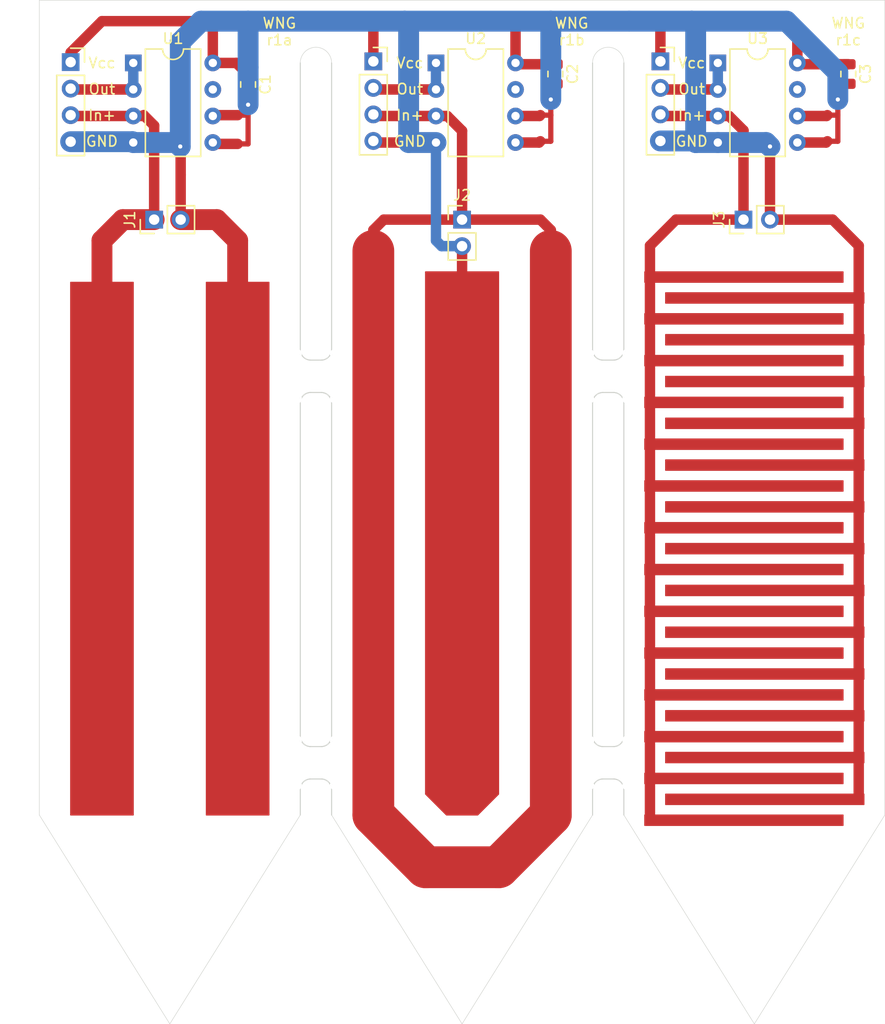
<source format=kicad_pcb>
(kicad_pcb (version 20171130) (host pcbnew 5.1.6-c6e7f7d~86~ubuntu16.04.1)

  (general
    (thickness 1.6)
    (drawings 718)
    (tracks 134)
    (zones 0)
    (modules 56)
    (nets 18)
  )

  (page A4)
  (layers
    (0 F.Cu signal)
    (31 B.Cu signal)
    (32 B.Adhes user)
    (33 F.Adhes user)
    (34 B.Paste user)
    (35 F.Paste user)
    (36 B.SilkS user)
    (37 F.SilkS user)
    (38 B.Mask user)
    (39 F.Mask user)
    (40 Dwgs.User user)
    (41 Cmts.User user)
    (42 Eco1.User user)
    (43 Eco2.User user)
    (44 Edge.Cuts user)
    (45 Margin user)
    (46 B.CrtYd user)
    (47 F.CrtYd user)
    (48 B.Fab user)
    (49 F.Fab user)
  )

  (setup
    (last_trace_width 0.25)
    (user_trace_width 0.5)
    (user_trace_width 1)
    (user_trace_width 2)
    (user_trace_width 4)
    (trace_clearance 0.2)
    (zone_clearance 0.508)
    (zone_45_only no)
    (trace_min 0.2)
    (via_size 0.8)
    (via_drill 0.4)
    (via_min_size 0.4)
    (via_min_drill 0.3)
    (uvia_size 0.3)
    (uvia_drill 0.1)
    (uvias_allowed no)
    (uvia_min_size 0.2)
    (uvia_min_drill 0.1)
    (edge_width 0.05)
    (segment_width 0.2)
    (pcb_text_width 0.3)
    (pcb_text_size 1.5 1.5)
    (mod_edge_width 0.153)
    (mod_text_size 1 1)
    (mod_text_width 0.153)
    (pad_size 1.524 1.524)
    (pad_drill 0.762)
    (pad_to_mask_clearance 0.05)
    (aux_axis_origin 0 0)
    (visible_elements FFFFFF7F)
    (pcbplotparams
      (layerselection 0x010f0_ffffffff)
      (usegerberextensions false)
      (usegerberattributes true)
      (usegerberadvancedattributes true)
      (creategerberjobfile false)
      (excludeedgelayer true)
      (linewidth 0.100000)
      (plotframeref false)
      (viasonmask false)
      (mode 1)
      (useauxorigin false)
      (hpglpennumber 1)
      (hpglpenspeed 20)
      (hpglpendiameter 15.000000)
      (psnegative false)
      (psa4output false)
      (plotreference true)
      (plotvalue true)
      (plotinvisibletext false)
      (padsonsilk false)
      (subtractmaskfromsilk false)
      (outputformat 1)
      (mirror false)
      (drillshape 0)
      (scaleselection 1)
      (outputdirectory "gerbers"))
  )

  (net 0 "")
  (net 1 /P)
  (net 2 /P2)
  (net 3 /P3)
  (net 4 GND)
  (net 5 VCC)
  (net 6 "Net-(U1-Pad7)")
  (net 7 "Net-(J4-Pad2)")
  (net 8 "Net-(NT1-Pad2)")
  (net 9 "Net-(NT2-Pad2)")
  (net 10 "Net-(J5-Pad2)")
  (net 11 "Net-(NT3-Pad2)")
  (net 12 "Net-(NT4-Pad2)")
  (net 13 "Net-(U2-Pad7)")
  (net 14 "Net-(J6-Pad2)")
  (net 15 "Net-(NT5-Pad2)")
  (net 16 "Net-(NT6-Pad2)")
  (net 17 "Net-(U3-Pad7)")

  (net_class Default "This is the default net class."
    (clearance 0.2)
    (trace_width 0.25)
    (via_dia 0.8)
    (via_drill 0.4)
    (uvia_dia 0.3)
    (uvia_drill 0.1)
    (add_net /P)
    (add_net /P2)
    (add_net /P3)
    (add_net GND)
    (add_net "Net-(J4-Pad2)")
    (add_net "Net-(J5-Pad2)")
    (add_net "Net-(J6-Pad2)")
    (add_net "Net-(NT1-Pad2)")
    (add_net "Net-(NT2-Pad2)")
    (add_net "Net-(NT3-Pad2)")
    (add_net "Net-(NT4-Pad2)")
    (add_net "Net-(NT5-Pad2)")
    (add_net "Net-(NT6-Pad2)")
    (add_net "Net-(U1-Pad7)")
    (add_net "Net-(U2-Pad7)")
    (add_net "Net-(U3-Pad7)")
    (add_net VCC)
  )

  (module wng-mech:0.5MM_hole (layer F.Cu) (tedit 5EBB7C79) (tstamp 5EBE9975)
    (at 177.5 40.5)
    (fp_text reference REF** (at 0 0.5) (layer F.SilkS) hide
      (effects (font (size 1 1) (thickness 0.15)))
    )
    (fp_text value 0.5MM_hole (at 0 -0.5) (layer F.Fab) hide
      (effects (font (size 1 1) (thickness 0.15)))
    )
    (pad "" np_thru_hole circle (at 0 0) (size 0.5 0.5) (drill 0.5) (layers *.Cu *.Mask))
  )

  (module wng-mech:0.5MM_hole (layer F.Cu) (tedit 5EBB7C79) (tstamp 5EBE9971)
    (at 176 40.5)
    (fp_text reference REF** (at 0 0.5) (layer F.SilkS) hide
      (effects (font (size 1 1) (thickness 0.15)))
    )
    (fp_text value 0.5MM_hole (at 0 -0.5) (layer F.Fab) hide
      (effects (font (size 1 1) (thickness 0.15)))
    )
    (pad "" np_thru_hole circle (at 0 0) (size 0.5 0.5) (drill 0.5) (layers *.Cu *.Mask))
  )

  (module wng-mech:0.5MM_hole (layer F.Cu) (tedit 5EBB7C79) (tstamp 5EBE996D)
    (at 173 40.5)
    (fp_text reference REF** (at 0 0.5) (layer F.SilkS) hide
      (effects (font (size 1 1) (thickness 0.15)))
    )
    (fp_text value 0.5MM_hole (at 0 -0.5) (layer F.Fab) hide
      (effects (font (size 1 1) (thickness 0.15)))
    )
    (pad "" np_thru_hole circle (at 0 0) (size 0.5 0.5) (drill 0.5) (layers *.Cu *.Mask))
  )

  (module wng-mech:0.5MM_hole (layer F.Cu) (tedit 5EBB7C79) (tstamp 5EBE9969)
    (at 174.5 40.5)
    (fp_text reference REF** (at 0 0.5) (layer F.SilkS) hide
      (effects (font (size 1 1) (thickness 0.15)))
    )
    (fp_text value 0.5MM_hole (at 0 -0.5) (layer F.Fab) hide
      (effects (font (size 1 1) (thickness 0.15)))
    )
    (pad "" np_thru_hole circle (at 0 0) (size 0.5 0.5) (drill 0.5) (layers *.Cu *.Mask))
  )

  (module wng-mech:0.5MM_hole (layer F.Cu) (tedit 5EBB7C79) (tstamp 5EBE9965)
    (at 179 40.5)
    (fp_text reference REF** (at 0 0.5) (layer F.SilkS) hide
      (effects (font (size 1 1) (thickness 0.15)))
    )
    (fp_text value 0.5MM_hole (at 0 -0.5) (layer F.Fab) hide
      (effects (font (size 1 1) (thickness 0.15)))
    )
    (pad "" np_thru_hole circle (at 0 0) (size 0.5 0.5) (drill 0.5) (layers *.Cu *.Mask))
  )

  (module wng-mech:0.5MM_hole (layer F.Cu) (tedit 5EBB7C79) (tstamp 5EBE9975)
    (at 163 40.5)
    (fp_text reference REF** (at 0 0.5) (layer F.SilkS) hide
      (effects (font (size 1 1) (thickness 0.15)))
    )
    (fp_text value 0.5MM_hole (at 0 -0.5) (layer F.Fab) hide
      (effects (font (size 1 1) (thickness 0.15)))
    )
    (pad "" np_thru_hole circle (at 0 0) (size 0.5 0.5) (drill 0.5) (layers *.Cu *.Mask))
  )

  (module wng-mech:0.5MM_hole (layer F.Cu) (tedit 5EBB7C79) (tstamp 5EBE9971)
    (at 161.5 40.5)
    (fp_text reference REF** (at 0 0.5) (layer F.SilkS) hide
      (effects (font (size 1 1) (thickness 0.15)))
    )
    (fp_text value 0.5MM_hole (at 0 -0.5) (layer F.Fab) hide
      (effects (font (size 1 1) (thickness 0.15)))
    )
    (pad "" np_thru_hole circle (at 0 0) (size 0.5 0.5) (drill 0.5) (layers *.Cu *.Mask))
  )

  (module wng-mech:0.5MM_hole (layer F.Cu) (tedit 5EBB7C79) (tstamp 5EBE996D)
    (at 158.5 40.5)
    (fp_text reference REF** (at 0 0.5) (layer F.SilkS) hide
      (effects (font (size 1 1) (thickness 0.15)))
    )
    (fp_text value 0.5MM_hole (at 0 -0.5) (layer F.Fab) hide
      (effects (font (size 1 1) (thickness 0.15)))
    )
    (pad "" np_thru_hole circle (at 0 0) (size 0.5 0.5) (drill 0.5) (layers *.Cu *.Mask))
  )

  (module wng-mech:0.5MM_hole (layer F.Cu) (tedit 5EBB7C79) (tstamp 5EBE9969)
    (at 160 40.5)
    (fp_text reference REF** (at 0 0.5) (layer F.SilkS) hide
      (effects (font (size 1 1) (thickness 0.15)))
    )
    (fp_text value 0.5MM_hole (at 0 -0.5) (layer F.Fab) hide
      (effects (font (size 1 1) (thickness 0.15)))
    )
    (pad "" np_thru_hole circle (at 0 0) (size 0.5 0.5) (drill 0.5) (layers *.Cu *.Mask))
  )

  (module wng-mech:0.5MM_hole (layer F.Cu) (tedit 5EBB7C79) (tstamp 5EBE9965)
    (at 164.5 40.5)
    (fp_text reference REF** (at 0 0.5) (layer F.SilkS) hide
      (effects (font (size 1 1) (thickness 0.15)))
    )
    (fp_text value 0.5MM_hole (at 0 -0.5) (layer F.Fab) hide
      (effects (font (size 1 1) (thickness 0.15)))
    )
    (pad "" np_thru_hole circle (at 0 0) (size 0.5 0.5) (drill 0.5) (layers *.Cu *.Mask))
  )

  (module wng-mech:0.5MM_hole (layer F.Cu) (tedit 5EBB7C79) (tstamp 5EBE9975)
    (at 149 40.5)
    (fp_text reference REF** (at 0 0.5) (layer F.SilkS) hide
      (effects (font (size 1 1) (thickness 0.15)))
    )
    (fp_text value 0.5MM_hole (at 0 -0.5) (layer F.Fab) hide
      (effects (font (size 1 1) (thickness 0.15)))
    )
    (pad "" np_thru_hole circle (at 0 0) (size 0.5 0.5) (drill 0.5) (layers *.Cu *.Mask))
  )

  (module wng-mech:0.5MM_hole (layer F.Cu) (tedit 5EBB7C79) (tstamp 5EBE9971)
    (at 147.5 40.5)
    (fp_text reference REF** (at 0 0.5) (layer F.SilkS) hide
      (effects (font (size 1 1) (thickness 0.15)))
    )
    (fp_text value 0.5MM_hole (at 0 -0.5) (layer F.Fab) hide
      (effects (font (size 1 1) (thickness 0.15)))
    )
    (pad "" np_thru_hole circle (at 0 0) (size 0.5 0.5) (drill 0.5) (layers *.Cu *.Mask))
  )

  (module wng-mech:0.5MM_hole (layer F.Cu) (tedit 5EBB7C79) (tstamp 5EBE996D)
    (at 144.5 40.5)
    (fp_text reference REF** (at 0 0.5) (layer F.SilkS) hide
      (effects (font (size 1 1) (thickness 0.15)))
    )
    (fp_text value 0.5MM_hole (at 0 -0.5) (layer F.Fab) hide
      (effects (font (size 1 1) (thickness 0.15)))
    )
    (pad "" np_thru_hole circle (at 0 0) (size 0.5 0.5) (drill 0.5) (layers *.Cu *.Mask))
  )

  (module wng-mech:0.5MM_hole (layer F.Cu) (tedit 5EBB7C79) (tstamp 5EBE9969)
    (at 146 40.5)
    (fp_text reference REF** (at 0 0.5) (layer F.SilkS) hide
      (effects (font (size 1 1) (thickness 0.15)))
    )
    (fp_text value 0.5MM_hole (at 0 -0.5) (layer F.Fab) hide
      (effects (font (size 1 1) (thickness 0.15)))
    )
    (pad "" np_thru_hole circle (at 0 0) (size 0.5 0.5) (drill 0.5) (layers *.Cu *.Mask))
  )

  (module wng-mech:0.5MM_hole (layer F.Cu) (tedit 5EBB7C79) (tstamp 5EBE9965)
    (at 150.5 40.5)
    (fp_text reference REF** (at 0 0.5) (layer F.SilkS) hide
      (effects (font (size 1 1) (thickness 0.15)))
    )
    (fp_text value 0.5MM_hole (at 0 -0.5) (layer F.Fab) hide
      (effects (font (size 1 1) (thickness 0.15)))
    )
    (pad "" np_thru_hole circle (at 0 0) (size 0.5 0.5) (drill 0.5) (layers *.Cu *.Mask))
  )

  (module wng-mech:0.5MM_hole (layer F.Cu) (tedit 5EBB7C79) (tstamp 5EBE9975)
    (at 134.5 40.5)
    (fp_text reference REF** (at 0 0.5) (layer F.SilkS) hide
      (effects (font (size 1 1) (thickness 0.15)))
    )
    (fp_text value 0.5MM_hole (at 0 -0.5) (layer F.Fab) hide
      (effects (font (size 1 1) (thickness 0.15)))
    )
    (pad "" np_thru_hole circle (at 0 0) (size 0.5 0.5) (drill 0.5) (layers *.Cu *.Mask))
  )

  (module wng-mech:0.5MM_hole (layer F.Cu) (tedit 5EBB7C79) (tstamp 5EBE9971)
    (at 133 40.5)
    (fp_text reference REF** (at 0 0.5) (layer F.SilkS) hide
      (effects (font (size 1 1) (thickness 0.15)))
    )
    (fp_text value 0.5MM_hole (at 0 -0.5) (layer F.Fab) hide
      (effects (font (size 1 1) (thickness 0.15)))
    )
    (pad "" np_thru_hole circle (at 0 0) (size 0.5 0.5) (drill 0.5) (layers *.Cu *.Mask))
  )

  (module wng-mech:0.5MM_hole (layer F.Cu) (tedit 5EBB7C79) (tstamp 5EBE996D)
    (at 130 40.5)
    (fp_text reference REF** (at 0 0.5) (layer F.SilkS) hide
      (effects (font (size 1 1) (thickness 0.15)))
    )
    (fp_text value 0.5MM_hole (at 0 -0.5) (layer F.Fab) hide
      (effects (font (size 1 1) (thickness 0.15)))
    )
    (pad "" np_thru_hole circle (at 0 0) (size 0.5 0.5) (drill 0.5) (layers *.Cu *.Mask))
  )

  (module wng-mech:0.5MM_hole (layer F.Cu) (tedit 5EBB7C79) (tstamp 5EBE9969)
    (at 131.5 40.5)
    (fp_text reference REF** (at 0 0.5) (layer F.SilkS) hide
      (effects (font (size 1 1) (thickness 0.15)))
    )
    (fp_text value 0.5MM_hole (at 0 -0.5) (layer F.Fab) hide
      (effects (font (size 1 1) (thickness 0.15)))
    )
    (pad "" np_thru_hole circle (at 0 0) (size 0.5 0.5) (drill 0.5) (layers *.Cu *.Mask))
  )

  (module wng-mech:0.5MM_hole (layer F.Cu) (tedit 5EBB7C79) (tstamp 5EBE9965)
    (at 136 40.5)
    (fp_text reference REF** (at 0 0.5) (layer F.SilkS) hide
      (effects (font (size 1 1) (thickness 0.15)))
    )
    (fp_text value 0.5MM_hole (at 0 -0.5) (layer F.Fab) hide
      (effects (font (size 1 1) (thickness 0.15)))
    )
    (pad "" np_thru_hole circle (at 0 0) (size 0.5 0.5) (drill 0.5) (layers *.Cu *.Mask))
  )

  (module wng-mech:0.5MM_hole (layer F.Cu) (tedit 5EBB7C79) (tstamp 5EBE9975)
    (at 122 40.5)
    (fp_text reference REF** (at 0 0.5) (layer F.SilkS) hide
      (effects (font (size 1 1) (thickness 0.15)))
    )
    (fp_text value 0.5MM_hole (at 0 -0.5) (layer F.Fab) hide
      (effects (font (size 1 1) (thickness 0.15)))
    )
    (pad "" np_thru_hole circle (at 0 0) (size 0.5 0.5) (drill 0.5) (layers *.Cu *.Mask))
  )

  (module wng-mech:0.5MM_hole (layer F.Cu) (tedit 5EBB7C79) (tstamp 5EBE9971)
    (at 120.5 40.5)
    (fp_text reference REF** (at 0 0.5) (layer F.SilkS) hide
      (effects (font (size 1 1) (thickness 0.15)))
    )
    (fp_text value 0.5MM_hole (at 0 -0.5) (layer F.Fab) hide
      (effects (font (size 1 1) (thickness 0.15)))
    )
    (pad "" np_thru_hole circle (at 0 0) (size 0.5 0.5) (drill 0.5) (layers *.Cu *.Mask))
  )

  (module wng-mech:0.5MM_hole (layer F.Cu) (tedit 5EBB7C79) (tstamp 5EBE996D)
    (at 117.5 40.5)
    (fp_text reference REF** (at 0 0.5) (layer F.SilkS) hide
      (effects (font (size 1 1) (thickness 0.15)))
    )
    (fp_text value 0.5MM_hole (at 0 -0.5) (layer F.Fab) hide
      (effects (font (size 1 1) (thickness 0.15)))
    )
    (pad "" np_thru_hole circle (at 0 0) (size 0.5 0.5) (drill 0.5) (layers *.Cu *.Mask))
  )

  (module wng-mech:0.5MM_hole (layer F.Cu) (tedit 5EBB7C79) (tstamp 5EBE9969)
    (at 119 40.5)
    (fp_text reference REF** (at 0 0.5) (layer F.SilkS) hide
      (effects (font (size 1 1) (thickness 0.15)))
    )
    (fp_text value 0.5MM_hole (at 0 -0.5) (layer F.Fab) hide
      (effects (font (size 1 1) (thickness 0.15)))
    )
    (pad "" np_thru_hole circle (at 0 0) (size 0.5 0.5) (drill 0.5) (layers *.Cu *.Mask))
  )

  (module wng-mech:0.5MM_hole (layer F.Cu) (tedit 5EBB7C79) (tstamp 5EBE9965)
    (at 123.5 40.5)
    (fp_text reference REF** (at 0 0.5) (layer F.SilkS) hide
      (effects (font (size 1 1) (thickness 0.15)))
    )
    (fp_text value 0.5MM_hole (at 0 -0.5) (layer F.Fab) hide
      (effects (font (size 1 1) (thickness 0.15)))
    )
    (pad "" np_thru_hole circle (at 0 0) (size 0.5 0.5) (drill 0.5) (layers *.Cu *.Mask))
  )

  (module wng-mech:0.5MM_hole (layer F.Cu) (tedit 5EBB7C79) (tstamp 5EBE995D)
    (at 107.5 40.5)
    (fp_text reference REF** (at 0 0.5) (layer F.SilkS) hide
      (effects (font (size 1 1) (thickness 0.15)))
    )
    (fp_text value 0.5MM_hole (at 0 -0.5) (layer F.Fab) hide
      (effects (font (size 1 1) (thickness 0.15)))
    )
    (pad "" np_thru_hole circle (at 0 0) (size 0.5 0.5) (drill 0.5) (layers *.Cu *.Mask))
  )

  (module wng-mech:0.5MM_hole (layer F.Cu) (tedit 5EBB7C79) (tstamp 5EBE9955)
    (at 106 40.5)
    (fp_text reference REF** (at 0 0.5) (layer F.SilkS) hide
      (effects (font (size 1 1) (thickness 0.15)))
    )
    (fp_text value 0.5MM_hole (at 0 -0.5) (layer F.Fab) hide
      (effects (font (size 1 1) (thickness 0.15)))
    )
    (pad "" np_thru_hole circle (at 0 0) (size 0.5 0.5) (drill 0.5) (layers *.Cu *.Mask))
  )

  (module wng-mech:0.5MM_hole (layer F.Cu) (tedit 5EBB7C79) (tstamp 5EBE994D)
    (at 104.5 40.5)
    (fp_text reference REF** (at 0 0.5) (layer F.SilkS) hide
      (effects (font (size 1 1) (thickness 0.15)))
    )
    (fp_text value 0.5MM_hole (at 0 -0.5) (layer F.Fab) hide
      (effects (font (size 1 1) (thickness 0.15)))
    )
    (pad "" np_thru_hole circle (at 0 0) (size 0.5 0.5) (drill 0.5) (layers *.Cu *.Mask))
  )

  (module wng-mech:0.5MM_hole (layer F.Cu) (tedit 5EBB7C79) (tstamp 5EBE9945)
    (at 103 40.5)
    (fp_text reference REF** (at 0 0.5) (layer F.SilkS) hide
      (effects (font (size 1 1) (thickness 0.15)))
    )
    (fp_text value 0.5MM_hole (at 0 -0.5) (layer F.Fab) hide
      (effects (font (size 1 1) (thickness 0.15)))
    )
    (pad "" np_thru_hole circle (at 0 0) (size 0.5 0.5) (drill 0.5) (layers *.Cu *.Mask))
  )

  (module wng-mech:0.5MM_hole (layer F.Cu) (tedit 5EBB7C79) (tstamp 5EBE98E0)
    (at 101.5 40.5)
    (fp_text reference REF** (at 0 0.5) (layer F.SilkS) hide
      (effects (font (size 1 1) (thickness 0.15)))
    )
    (fp_text value 0.5MM_hole (at 0 -0.5) (layer F.Fab) hide
      (effects (font (size 1 1) (thickness 0.15)))
    )
    (pad "" np_thru_hole circle (at 0 0) (size 0.5 0.5) (drill 0.5) (layers *.Cu *.Mask))
  )

  (module Package_DIP:DIP-8_W7.62mm (layer F.Cu) (tedit 5A02E8C5) (tstamp 5EBE36FC)
    (at 165 28)
    (descr "8-lead though-hole mounted DIP package, row spacing 7.62 mm (300 mils)")
    (tags "THT DIP DIL PDIP 2.54mm 7.62mm 300mil")
    (path /5EC23B70)
    (fp_text reference U3 (at 3.81 -2.33) (layer F.SilkS)
      (effects (font (size 1 1) (thickness 0.153)))
    )
    (fp_text value TL072 (at 3.81 9.95) (layer F.Fab)
      (effects (font (size 1 1) (thickness 0.15)))
    )
    (fp_line (start 1.635 -1.27) (end 6.985 -1.27) (layer F.Fab) (width 0.1))
    (fp_line (start 6.985 -1.27) (end 6.985 8.89) (layer F.Fab) (width 0.1))
    (fp_line (start 6.985 8.89) (end 0.635 8.89) (layer F.Fab) (width 0.1))
    (fp_line (start 0.635 8.89) (end 0.635 -0.27) (layer F.Fab) (width 0.1))
    (fp_line (start 0.635 -0.27) (end 1.635 -1.27) (layer F.Fab) (width 0.1))
    (fp_line (start 2.81 -1.33) (end 1.16 -1.33) (layer F.SilkS) (width 0.153))
    (fp_line (start 1.16 -1.33) (end 1.16 8.95) (layer F.SilkS) (width 0.153))
    (fp_line (start 1.16 8.95) (end 6.46 8.95) (layer F.SilkS) (width 0.153))
    (fp_line (start 6.46 8.95) (end 6.46 -1.33) (layer F.SilkS) (width 0.153))
    (fp_line (start 6.46 -1.33) (end 4.81 -1.33) (layer F.SilkS) (width 0.153))
    (fp_line (start -1.1 -1.55) (end -1.1 9.15) (layer F.CrtYd) (width 0.05))
    (fp_line (start -1.1 9.15) (end 8.7 9.15) (layer F.CrtYd) (width 0.05))
    (fp_line (start 8.7 9.15) (end 8.7 -1.55) (layer F.CrtYd) (width 0.05))
    (fp_line (start 8.7 -1.55) (end -1.1 -1.55) (layer F.CrtYd) (width 0.05))
    (fp_text user %R (at 3.81 3.81) (layer F.Fab)
      (effects (font (size 1 1) (thickness 0.15)))
    )
    (fp_arc (start 3.81 -1.33) (end 2.81 -1.33) (angle -180) (layer F.SilkS) (width 0.153))
    (pad 8 thru_hole oval (at 7.62 0) (size 1.6 1.6) (drill 0.8) (layers *.Cu *.Mask)
      (net 5 VCC))
    (pad 4 thru_hole oval (at 0 7.62) (size 1.6 1.6) (drill 0.8) (layers *.Cu *.Mask)
      (net 4 GND))
    (pad 7 thru_hole oval (at 7.62 2.54) (size 1.6 1.6) (drill 0.8) (layers *.Cu *.Mask)
      (net 17 "Net-(U3-Pad7)"))
    (pad 3 thru_hole oval (at 0 5.08) (size 1.6 1.6) (drill 0.8) (layers *.Cu *.Mask)
      (net 3 /P3))
    (pad 6 thru_hole oval (at 7.62 5.08) (size 1.6 1.6) (drill 0.8) (layers *.Cu *.Mask)
      (net 16 "Net-(NT6-Pad2)"))
    (pad 2 thru_hole oval (at 0 2.54) (size 1.6 1.6) (drill 0.8) (layers *.Cu *.Mask)
      (net 14 "Net-(J6-Pad2)"))
    (pad 5 thru_hole oval (at 7.62 7.62) (size 1.6 1.6) (drill 0.8) (layers *.Cu *.Mask)
      (net 15 "Net-(NT5-Pad2)"))
    (pad 1 thru_hole rect (at 0 0) (size 1.6 1.6) (drill 0.8) (layers *.Cu *.Mask)
      (net 14 "Net-(J6-Pad2)"))
    (model ${KISYS3DMOD}/Package_DIP.3dshapes/DIP-8_W7.62mm.wrl
      (at (xyz 0 0 0))
      (scale (xyz 1 1 1))
      (rotate (xyz 0 0 0))
    )
  )

  (module NetTie:NetTie-2_SMD_Pad0.5mm (layer F.Cu) (tedit 5A1CF6D3) (tstamp 5EBE3674)
    (at 176 33 180)
    (descr "Net tie, 2 pin, 0.5mm square SMD pads")
    (tags "net tie")
    (path /5EC23BD1)
    (attr virtual)
    (fp_text reference NT6 (at 0 -1.2) (layer F.SilkS) hide
      (effects (font (size 1 1) (thickness 0.153)))
    )
    (fp_text value Net-Tie_2 (at 0 1.2) (layer F.Fab)
      (effects (font (size 1 1) (thickness 0.15)))
    )
    (fp_poly (pts (xy -0.5 -0.25) (xy 0.5 -0.25) (xy 0.5 0.25) (xy -0.5 0.25)) (layer F.Cu) (width 0))
    (fp_line (start 1 -0.5) (end -1 -0.5) (layer F.CrtYd) (width 0.05))
    (fp_line (start 1 0.5) (end 1 -0.5) (layer F.CrtYd) (width 0.05))
    (fp_line (start -1 0.5) (end 1 0.5) (layer F.CrtYd) (width 0.05))
    (fp_line (start -1 -0.5) (end -1 0.5) (layer F.CrtYd) (width 0.05))
    (pad 2 smd circle (at 0.5 0 180) (size 0.5 0.5) (layers F.Cu)
      (net 16 "Net-(NT6-Pad2)"))
    (pad 1 smd circle (at -0.5 0 180) (size 0.5 0.5) (layers F.Cu)
      (net 4 GND))
  )

  (module NetTie:NetTie-2_SMD_Pad0.5mm (layer F.Cu) (tedit 5A1CF6D3) (tstamp 5EBE3669)
    (at 176 35.5 180)
    (descr "Net tie, 2 pin, 0.5mm square SMD pads")
    (tags "net tie")
    (path /5EC23BCA)
    (attr virtual)
    (fp_text reference NT5 (at 0 -1.2) (layer F.SilkS) hide
      (effects (font (size 1 1) (thickness 0.153)))
    )
    (fp_text value Net-Tie_2 (at 0 1.2) (layer F.Fab)
      (effects (font (size 1 1) (thickness 0.15)))
    )
    (fp_poly (pts (xy -0.5 -0.25) (xy 0.5 -0.25) (xy 0.5 0.25) (xy -0.5 0.25)) (layer F.Cu) (width 0))
    (fp_line (start 1 -0.5) (end -1 -0.5) (layer F.CrtYd) (width 0.05))
    (fp_line (start 1 0.5) (end 1 -0.5) (layer F.CrtYd) (width 0.05))
    (fp_line (start -1 0.5) (end 1 0.5) (layer F.CrtYd) (width 0.05))
    (fp_line (start -1 -0.5) (end -1 0.5) (layer F.CrtYd) (width 0.05))
    (pad 2 smd circle (at 0.5 0 180) (size 0.5 0.5) (layers F.Cu)
      (net 15 "Net-(NT5-Pad2)"))
    (pad 1 smd circle (at -0.5 0 180) (size 0.5 0.5) (layers F.Cu)
      (net 4 GND))
  )

  (module Connector_PinSocket_2.54mm:PinSocket_1x04_P2.54mm_Vertical (layer F.Cu) (tedit 5A19A429) (tstamp 5EBE360E)
    (at 159.5 27.85)
    (descr "Through hole straight socket strip, 1x04, 2.54mm pitch, single row (from Kicad 4.0.7), script generated")
    (tags "Through hole socket strip THT 1x04 2.54mm single row")
    (path /5EC23BBB)
    (fp_text reference J6 (at 0 -2.77) (layer F.SilkS) hide
      (effects (font (size 1 1) (thickness 0.153)))
    )
    (fp_text value Conn_01x04_Male (at 0 10.39) (layer F.Fab)
      (effects (font (size 1 1) (thickness 0.15)))
    )
    (fp_line (start -1.27 -1.27) (end 0.635 -1.27) (layer F.Fab) (width 0.1))
    (fp_line (start 0.635 -1.27) (end 1.27 -0.635) (layer F.Fab) (width 0.1))
    (fp_line (start 1.27 -0.635) (end 1.27 8.89) (layer F.Fab) (width 0.1))
    (fp_line (start 1.27 8.89) (end -1.27 8.89) (layer F.Fab) (width 0.1))
    (fp_line (start -1.27 8.89) (end -1.27 -1.27) (layer F.Fab) (width 0.1))
    (fp_line (start -1.33 1.27) (end 1.33 1.27) (layer F.SilkS) (width 0.153))
    (fp_line (start -1.33 1.27) (end -1.33 8.95) (layer F.SilkS) (width 0.153))
    (fp_line (start -1.33 8.95) (end 1.33 8.95) (layer F.SilkS) (width 0.153))
    (fp_line (start 1.33 1.27) (end 1.33 8.95) (layer F.SilkS) (width 0.153))
    (fp_line (start 1.33 -1.33) (end 1.33 0) (layer F.SilkS) (width 0.153))
    (fp_line (start 0 -1.33) (end 1.33 -1.33) (layer F.SilkS) (width 0.153))
    (fp_line (start -1.8 -1.8) (end 1.75 -1.8) (layer F.CrtYd) (width 0.05))
    (fp_line (start 1.75 -1.8) (end 1.75 9.4) (layer F.CrtYd) (width 0.05))
    (fp_line (start 1.75 9.4) (end -1.8 9.4) (layer F.CrtYd) (width 0.05))
    (fp_line (start -1.8 9.4) (end -1.8 -1.8) (layer F.CrtYd) (width 0.05))
    (fp_text user %R (at 0 3.81 90) (layer F.Fab)
      (effects (font (size 1 1) (thickness 0.15)))
    )
    (pad 4 thru_hole oval (at 0 7.62) (size 1.7 1.7) (drill 1) (layers *.Cu *.Mask)
      (net 4 GND))
    (pad 3 thru_hole oval (at 0 5.08) (size 1.7 1.7) (drill 1) (layers *.Cu *.Mask)
      (net 3 /P3))
    (pad 2 thru_hole oval (at 0 2.54) (size 1.7 1.7) (drill 1) (layers *.Cu *.Mask)
      (net 14 "Net-(J6-Pad2)"))
    (pad 1 thru_hole rect (at 0 0) (size 1.7 1.7) (drill 1) (layers *.Cu *.Mask)
      (net 5 VCC))
    (model ${KISYS3DMOD}/Connector_PinSocket_2.54mm.3dshapes/PinSocket_1x04_P2.54mm_Vertical.wrl
      (at (xyz 0 0 0))
      (scale (xyz 1 1 1))
      (rotate (xyz 0 0 0))
    )
  )

  (module Capacitor_SMD:C_0805_2012Metric (layer F.Cu) (tedit 5B36C52B) (tstamp 5EBE351C)
    (at 177.5 29.0625 270)
    (descr "Capacitor SMD 0805 (2012 Metric), square (rectangular) end terminal, IPC_7351 nominal, (Body size source: https://docs.google.com/spreadsheets/d/1BsfQQcO9C6DZCsRaXUlFlo91Tg2WpOkGARC1WS5S8t0/edit?usp=sharing), generated with kicad-footprint-generator")
    (tags capacitor)
    (path /5EC23B85)
    (attr smd)
    (fp_text reference C3 (at 0 -1.65 90) (layer F.SilkS)
      (effects (font (size 1 1) (thickness 0.153)))
    )
    (fp_text value C (at 0 1.65 90) (layer F.Fab)
      (effects (font (size 1 1) (thickness 0.15)))
    )
    (fp_line (start -1 0.6) (end -1 -0.6) (layer F.Fab) (width 0.1))
    (fp_line (start -1 -0.6) (end 1 -0.6) (layer F.Fab) (width 0.1))
    (fp_line (start 1 -0.6) (end 1 0.6) (layer F.Fab) (width 0.1))
    (fp_line (start 1 0.6) (end -1 0.6) (layer F.Fab) (width 0.1))
    (fp_line (start -0.258578 -0.71) (end 0.258578 -0.71) (layer F.SilkS) (width 0.153))
    (fp_line (start -0.258578 0.71) (end 0.258578 0.71) (layer F.SilkS) (width 0.153))
    (fp_line (start -1.68 0.95) (end -1.68 -0.95) (layer F.CrtYd) (width 0.05))
    (fp_line (start -1.68 -0.95) (end 1.68 -0.95) (layer F.CrtYd) (width 0.05))
    (fp_line (start 1.68 -0.95) (end 1.68 0.95) (layer F.CrtYd) (width 0.05))
    (fp_line (start 1.68 0.95) (end -1.68 0.95) (layer F.CrtYd) (width 0.05))
    (fp_text user %R (at 0 0 90) (layer F.Fab)
      (effects (font (size 0.5 0.5) (thickness 0.08)))
    )
    (pad 2 smd roundrect (at 0.9375 0 270) (size 0.975 1.4) (layers F.Cu F.Paste F.Mask) (roundrect_rratio 0.25)
      (net 4 GND))
    (pad 1 smd roundrect (at -0.9375 0 270) (size 0.975 1.4) (layers F.Cu F.Paste F.Mask) (roundrect_rratio 0.25)
      (net 5 VCC))
    (model ${KISYS3DMOD}/Capacitor_SMD.3dshapes/C_0805_2012Metric.wrl
      (at (xyz 0 0 0))
      (scale (xyz 1 1 1))
      (rotate (xyz 0 0 0))
    )
  )

  (module Package_DIP:DIP-8_W7.62mm (layer F.Cu) (tedit 5A02E8C5) (tstamp 5EBE3095)
    (at 138 28)
    (descr "8-lead though-hole mounted DIP package, row spacing 7.62 mm (300 mils)")
    (tags "THT DIP DIL PDIP 2.54mm 7.62mm 300mil")
    (path /5EC12EA9)
    (fp_text reference U2 (at 3.81 -2.33) (layer F.SilkS)
      (effects (font (size 1 1) (thickness 0.153)))
    )
    (fp_text value TL072 (at 3.81 9.95) (layer F.Fab)
      (effects (font (size 1 1) (thickness 0.15)))
    )
    (fp_line (start 1.635 -1.27) (end 6.985 -1.27) (layer F.Fab) (width 0.1))
    (fp_line (start 6.985 -1.27) (end 6.985 8.89) (layer F.Fab) (width 0.1))
    (fp_line (start 6.985 8.89) (end 0.635 8.89) (layer F.Fab) (width 0.1))
    (fp_line (start 0.635 8.89) (end 0.635 -0.27) (layer F.Fab) (width 0.1))
    (fp_line (start 0.635 -0.27) (end 1.635 -1.27) (layer F.Fab) (width 0.1))
    (fp_line (start 2.81 -1.33) (end 1.16 -1.33) (layer F.SilkS) (width 0.153))
    (fp_line (start 1.16 -1.33) (end 1.16 8.95) (layer F.SilkS) (width 0.153))
    (fp_line (start 1.16 8.95) (end 6.46 8.95) (layer F.SilkS) (width 0.153))
    (fp_line (start 6.46 8.95) (end 6.46 -1.33) (layer F.SilkS) (width 0.153))
    (fp_line (start 6.46 -1.33) (end 4.81 -1.33) (layer F.SilkS) (width 0.153))
    (fp_line (start -1.1 -1.55) (end -1.1 9.15) (layer F.CrtYd) (width 0.05))
    (fp_line (start -1.1 9.15) (end 8.7 9.15) (layer F.CrtYd) (width 0.05))
    (fp_line (start 8.7 9.15) (end 8.7 -1.55) (layer F.CrtYd) (width 0.05))
    (fp_line (start 8.7 -1.55) (end -1.1 -1.55) (layer F.CrtYd) (width 0.05))
    (fp_text user %R (at 3.81 3.81) (layer F.Fab)
      (effects (font (size 1 1) (thickness 0.15)))
    )
    (fp_arc (start 3.81 -1.33) (end 2.81 -1.33) (angle -180) (layer F.SilkS) (width 0.153))
    (pad 8 thru_hole oval (at 7.62 0) (size 1.6 1.6) (drill 0.8) (layers *.Cu *.Mask)
      (net 5 VCC))
    (pad 4 thru_hole oval (at 0 7.62) (size 1.6 1.6) (drill 0.8) (layers *.Cu *.Mask)
      (net 4 GND))
    (pad 7 thru_hole oval (at 7.62 2.54) (size 1.6 1.6) (drill 0.8) (layers *.Cu *.Mask)
      (net 13 "Net-(U2-Pad7)"))
    (pad 3 thru_hole oval (at 0 5.08) (size 1.6 1.6) (drill 0.8) (layers *.Cu *.Mask)
      (net 2 /P2))
    (pad 6 thru_hole oval (at 7.62 5.08) (size 1.6 1.6) (drill 0.8) (layers *.Cu *.Mask)
      (net 12 "Net-(NT4-Pad2)"))
    (pad 2 thru_hole oval (at 0 2.54) (size 1.6 1.6) (drill 0.8) (layers *.Cu *.Mask)
      (net 10 "Net-(J5-Pad2)"))
    (pad 5 thru_hole oval (at 7.62 7.62) (size 1.6 1.6) (drill 0.8) (layers *.Cu *.Mask)
      (net 11 "Net-(NT3-Pad2)"))
    (pad 1 thru_hole rect (at 0 0) (size 1.6 1.6) (drill 0.8) (layers *.Cu *.Mask)
      (net 10 "Net-(J5-Pad2)"))
    (model ${KISYS3DMOD}/Package_DIP.3dshapes/DIP-8_W7.62mm.wrl
      (at (xyz 0 0 0))
      (scale (xyz 1 1 1))
      (rotate (xyz 0 0 0))
    )
  )

  (module NetTie:NetTie-2_SMD_Pad0.5mm (layer F.Cu) (tedit 5A1CF6D3) (tstamp 5EBE3043)
    (at 148.5 33 180)
    (descr "Net tie, 2 pin, 0.5mm square SMD pads")
    (tags "net tie")
    (path /5EC12F12)
    (attr virtual)
    (fp_text reference NT4 (at 0 -1.2) (layer F.SilkS) hide
      (effects (font (size 1 1) (thickness 0.153)))
    )
    (fp_text value Net-Tie_2 (at 0 1.2) (layer F.Fab)
      (effects (font (size 1 1) (thickness 0.15)))
    )
    (fp_poly (pts (xy -0.5 -0.25) (xy 0.5 -0.25) (xy 0.5 0.25) (xy -0.5 0.25)) (layer F.Cu) (width 0))
    (fp_line (start 1 -0.5) (end -1 -0.5) (layer F.CrtYd) (width 0.05))
    (fp_line (start 1 0.5) (end 1 -0.5) (layer F.CrtYd) (width 0.05))
    (fp_line (start -1 0.5) (end 1 0.5) (layer F.CrtYd) (width 0.05))
    (fp_line (start -1 -0.5) (end -1 0.5) (layer F.CrtYd) (width 0.05))
    (pad 2 smd circle (at 0.5 0 180) (size 0.5 0.5) (layers F.Cu)
      (net 12 "Net-(NT4-Pad2)"))
    (pad 1 smd circle (at -0.5 0 180) (size 0.5 0.5) (layers F.Cu)
      (net 4 GND))
  )

  (module NetTie:NetTie-2_SMD_Pad0.5mm (layer F.Cu) (tedit 5A1CF6D3) (tstamp 5EBE3038)
    (at 148.5 35.5 180)
    (descr "Net tie, 2 pin, 0.5mm square SMD pads")
    (tags "net tie")
    (path /5EC12F0B)
    (attr virtual)
    (fp_text reference NT3 (at 0 -1.2) (layer F.SilkS) hide
      (effects (font (size 1 1) (thickness 0.153)))
    )
    (fp_text value Net-Tie_2 (at 0 1.2) (layer F.Fab)
      (effects (font (size 1 1) (thickness 0.15)))
    )
    (fp_poly (pts (xy -0.5 -0.25) (xy 0.5 -0.25) (xy 0.5 0.25) (xy -0.5 0.25)) (layer F.Cu) (width 0))
    (fp_line (start 1 -0.5) (end -1 -0.5) (layer F.CrtYd) (width 0.05))
    (fp_line (start 1 0.5) (end 1 -0.5) (layer F.CrtYd) (width 0.05))
    (fp_line (start -1 0.5) (end 1 0.5) (layer F.CrtYd) (width 0.05))
    (fp_line (start -1 -0.5) (end -1 0.5) (layer F.CrtYd) (width 0.05))
    (pad 2 smd circle (at 0.5 0 180) (size 0.5 0.5) (layers F.Cu)
      (net 11 "Net-(NT3-Pad2)"))
    (pad 1 smd circle (at -0.5 0 180) (size 0.5 0.5) (layers F.Cu)
      (net 4 GND))
  )

  (module Connector_PinSocket_2.54mm:PinSocket_1x04_P2.54mm_Vertical (layer F.Cu) (tedit 5A19A429) (tstamp 5EBE314C)
    (at 132 27.85)
    (descr "Through hole straight socket strip, 1x04, 2.54mm pitch, single row (from Kicad 4.0.7), script generated")
    (tags "Through hole socket strip THT 1x04 2.54mm single row")
    (path /5EC12EFB)
    (fp_text reference J5 (at 0 -2.77) (layer F.SilkS) hide
      (effects (font (size 1 1) (thickness 0.153)))
    )
    (fp_text value Conn_01x04_Male (at 0 10.39) (layer F.Fab)
      (effects (font (size 1 1) (thickness 0.15)))
    )
    (fp_line (start -1.27 -1.27) (end 0.635 -1.27) (layer F.Fab) (width 0.1))
    (fp_line (start 0.635 -1.27) (end 1.27 -0.635) (layer F.Fab) (width 0.1))
    (fp_line (start 1.27 -0.635) (end 1.27 8.89) (layer F.Fab) (width 0.1))
    (fp_line (start 1.27 8.89) (end -1.27 8.89) (layer F.Fab) (width 0.1))
    (fp_line (start -1.27 8.89) (end -1.27 -1.27) (layer F.Fab) (width 0.1))
    (fp_line (start -1.33 1.27) (end 1.33 1.27) (layer F.SilkS) (width 0.153))
    (fp_line (start -1.33 1.27) (end -1.33 8.95) (layer F.SilkS) (width 0.153))
    (fp_line (start -1.33 8.95) (end 1.33 8.95) (layer F.SilkS) (width 0.153))
    (fp_line (start 1.33 1.27) (end 1.33 8.95) (layer F.SilkS) (width 0.153))
    (fp_line (start 1.33 -1.33) (end 1.33 0) (layer F.SilkS) (width 0.153))
    (fp_line (start 0 -1.33) (end 1.33 -1.33) (layer F.SilkS) (width 0.153))
    (fp_line (start -1.8 -1.8) (end 1.75 -1.8) (layer F.CrtYd) (width 0.05))
    (fp_line (start 1.75 -1.8) (end 1.75 9.4) (layer F.CrtYd) (width 0.05))
    (fp_line (start 1.75 9.4) (end -1.8 9.4) (layer F.CrtYd) (width 0.05))
    (fp_line (start -1.8 9.4) (end -1.8 -1.8) (layer F.CrtYd) (width 0.05))
    (fp_text user %R (at 0 3.81 90) (layer F.Fab)
      (effects (font (size 1 1) (thickness 0.15)))
    )
    (pad 4 thru_hole oval (at 0 7.62) (size 1.7 1.7) (drill 1) (layers *.Cu *.Mask)
      (net 4 GND))
    (pad 3 thru_hole oval (at 0 5.08) (size 1.7 1.7) (drill 1) (layers *.Cu *.Mask)
      (net 2 /P2))
    (pad 2 thru_hole oval (at 0 2.54) (size 1.7 1.7) (drill 1) (layers *.Cu *.Mask)
      (net 10 "Net-(J5-Pad2)"))
    (pad 1 thru_hole rect (at 0 0) (size 1.7 1.7) (drill 1) (layers *.Cu *.Mask)
      (net 5 VCC))
    (model ${KISYS3DMOD}/Connector_PinSocket_2.54mm.3dshapes/PinSocket_1x04_P2.54mm_Vertical.wrl
      (at (xyz 0 0 0))
      (scale (xyz 1 1 1))
      (rotate (xyz 0 0 0))
    )
  )

  (module Capacitor_SMD:C_0805_2012Metric (layer F.Cu) (tedit 5B36C52B) (tstamp 5EBE2F41)
    (at 149.4375 29.0625 270)
    (descr "Capacitor SMD 0805 (2012 Metric), square (rectangular) end terminal, IPC_7351 nominal, (Body size source: https://docs.google.com/spreadsheets/d/1BsfQQcO9C6DZCsRaXUlFlo91Tg2WpOkGARC1WS5S8t0/edit?usp=sharing), generated with kicad-footprint-generator")
    (tags capacitor)
    (path /5EC12EBE)
    (attr smd)
    (fp_text reference C2 (at 0 -1.65 90) (layer F.SilkS)
      (effects (font (size 1 1) (thickness 0.153)))
    )
    (fp_text value C (at 0 1.65 90) (layer F.Fab)
      (effects (font (size 1 1) (thickness 0.15)))
    )
    (fp_line (start -1 0.6) (end -1 -0.6) (layer F.Fab) (width 0.1))
    (fp_line (start -1 -0.6) (end 1 -0.6) (layer F.Fab) (width 0.1))
    (fp_line (start 1 -0.6) (end 1 0.6) (layer F.Fab) (width 0.1))
    (fp_line (start 1 0.6) (end -1 0.6) (layer F.Fab) (width 0.1))
    (fp_line (start -0.258578 -0.71) (end 0.258578 -0.71) (layer F.SilkS) (width 0.153))
    (fp_line (start -0.258578 0.71) (end 0.258578 0.71) (layer F.SilkS) (width 0.153))
    (fp_line (start -1.68 0.95) (end -1.68 -0.95) (layer F.CrtYd) (width 0.05))
    (fp_line (start -1.68 -0.95) (end 1.68 -0.95) (layer F.CrtYd) (width 0.05))
    (fp_line (start 1.68 -0.95) (end 1.68 0.95) (layer F.CrtYd) (width 0.05))
    (fp_line (start 1.68 0.95) (end -1.68 0.95) (layer F.CrtYd) (width 0.05))
    (fp_text user %R (at 0 0 90) (layer F.Fab)
      (effects (font (size 0.5 0.5) (thickness 0.08)))
    )
    (pad 2 smd roundrect (at 0.9375 0 270) (size 0.975 1.4) (layers F.Cu F.Paste F.Mask) (roundrect_rratio 0.25)
      (net 4 GND))
    (pad 1 smd roundrect (at -0.9375 0 270) (size 0.975 1.4) (layers F.Cu F.Paste F.Mask) (roundrect_rratio 0.25)
      (net 5 VCC))
    (model ${KISYS3DMOD}/Capacitor_SMD.3dshapes/C_0805_2012Metric.wrl
      (at (xyz 0 0 0))
      (scale (xyz 1 1 1))
      (rotate (xyz 0 0 0))
    )
  )

  (module NetTie:NetTie-2_SMD_Pad0.5mm (layer F.Cu) (tedit 5A1CF6D3) (tstamp 5EBE2A7F)
    (at 119.5 33 180)
    (descr "Net tie, 2 pin, 0.5mm square SMD pads")
    (tags "net tie")
    (path /5EBFED1D)
    (attr virtual)
    (fp_text reference NT2 (at 0 -1.2) (layer F.SilkS) hide
      (effects (font (size 1 1) (thickness 0.153)))
    )
    (fp_text value Net-Tie_2 (at 0 1.2) (layer F.Fab)
      (effects (font (size 1 1) (thickness 0.15)))
    )
    (fp_poly (pts (xy -0.5 -0.25) (xy 0.5 -0.25) (xy 0.5 0.25) (xy -0.5 0.25)) (layer F.Cu) (width 0))
    (fp_line (start 1 -0.5) (end -1 -0.5) (layer F.CrtYd) (width 0.05))
    (fp_line (start 1 0.5) (end 1 -0.5) (layer F.CrtYd) (width 0.05))
    (fp_line (start -1 0.5) (end 1 0.5) (layer F.CrtYd) (width 0.05))
    (fp_line (start -1 -0.5) (end -1 0.5) (layer F.CrtYd) (width 0.05))
    (pad 2 smd circle (at 0.5 0 180) (size 0.5 0.5) (layers F.Cu)
      (net 9 "Net-(NT2-Pad2)"))
    (pad 1 smd circle (at -0.5 0 180) (size 0.5 0.5) (layers F.Cu)
      (net 4 GND))
  )

  (module NetTie:NetTie-2_SMD_Pad0.5mm (layer F.Cu) (tedit 5A1CF6D3) (tstamp 5EBE2A74)
    (at 119.5 35.75 180)
    (descr "Net tie, 2 pin, 0.5mm square SMD pads")
    (tags "net tie")
    (path /5EBFDF3F)
    (attr virtual)
    (fp_text reference NT1 (at 0 -1.2) (layer F.SilkS) hide
      (effects (font (size 1 1) (thickness 0.153)))
    )
    (fp_text value Net-Tie_2 (at 0 1.2) (layer F.Fab)
      (effects (font (size 1 1) (thickness 0.15)))
    )
    (fp_poly (pts (xy -0.5 -0.25) (xy 0.5 -0.25) (xy 0.5 0.25) (xy -0.5 0.25)) (layer F.Cu) (width 0))
    (fp_line (start 1 -0.5) (end -1 -0.5) (layer F.CrtYd) (width 0.05))
    (fp_line (start 1 0.5) (end 1 -0.5) (layer F.CrtYd) (width 0.05))
    (fp_line (start -1 0.5) (end 1 0.5) (layer F.CrtYd) (width 0.05))
    (fp_line (start -1 -0.5) (end -1 0.5) (layer F.CrtYd) (width 0.05))
    (pad 2 smd circle (at 0.5 0 180) (size 0.5 0.5) (layers F.Cu)
      (net 8 "Net-(NT1-Pad2)"))
    (pad 1 smd circle (at -0.5 0 180) (size 0.5 0.5) (layers F.Cu)
      (net 4 GND))
  )

  (module Connector_PinSocket_2.54mm:PinSocket_1x04_P2.54mm_Vertical (layer F.Cu) (tedit 5A19A429) (tstamp 5EBE221B)
    (at 103 27.92)
    (descr "Through hole straight socket strip, 1x04, 2.54mm pitch, single row (from Kicad 4.0.7), script generated")
    (tags "Through hole socket strip THT 1x04 2.54mm single row")
    (path /5EBEEB57)
    (fp_text reference J4 (at 0 -2.77) (layer F.SilkS) hide
      (effects (font (size 1 1) (thickness 0.153)))
    )
    (fp_text value Conn_01x04_Male (at 0 10.39) (layer F.Fab)
      (effects (font (size 1 1) (thickness 0.15)))
    )
    (fp_line (start -1.27 -1.27) (end 0.635 -1.27) (layer F.Fab) (width 0.1))
    (fp_line (start 0.635 -1.27) (end 1.27 -0.635) (layer F.Fab) (width 0.1))
    (fp_line (start 1.27 -0.635) (end 1.27 8.89) (layer F.Fab) (width 0.1))
    (fp_line (start 1.27 8.89) (end -1.27 8.89) (layer F.Fab) (width 0.1))
    (fp_line (start -1.27 8.89) (end -1.27 -1.27) (layer F.Fab) (width 0.1))
    (fp_line (start -1.33 1.27) (end 1.33 1.27) (layer F.SilkS) (width 0.153))
    (fp_line (start -1.33 1.27) (end -1.33 8.95) (layer F.SilkS) (width 0.153))
    (fp_line (start -1.33 8.95) (end 1.33 8.95) (layer F.SilkS) (width 0.153))
    (fp_line (start 1.33 1.27) (end 1.33 8.95) (layer F.SilkS) (width 0.153))
    (fp_line (start 1.33 -1.33) (end 1.33 0) (layer F.SilkS) (width 0.153))
    (fp_line (start 0 -1.33) (end 1.33 -1.33) (layer F.SilkS) (width 0.153))
    (fp_line (start -1.8 -1.8) (end 1.75 -1.8) (layer F.CrtYd) (width 0.05))
    (fp_line (start 1.75 -1.8) (end 1.75 9.4) (layer F.CrtYd) (width 0.05))
    (fp_line (start 1.75 9.4) (end -1.8 9.4) (layer F.CrtYd) (width 0.05))
    (fp_line (start -1.8 9.4) (end -1.8 -1.8) (layer F.CrtYd) (width 0.05))
    (fp_text user %R (at 0 3.81 90) (layer F.Fab)
      (effects (font (size 1 1) (thickness 0.15)))
    )
    (pad 4 thru_hole oval (at 0 7.62) (size 1.7 1.7) (drill 1) (layers *.Cu *.Mask)
      (net 4 GND))
    (pad 3 thru_hole oval (at 0 5.08) (size 1.7 1.7) (drill 1) (layers *.Cu *.Mask)
      (net 1 /P))
    (pad 2 thru_hole oval (at 0 2.54) (size 1.7 1.7) (drill 1) (layers *.Cu *.Mask)
      (net 7 "Net-(J4-Pad2)"))
    (pad 1 thru_hole rect (at 0 0) (size 1.7 1.7) (drill 1) (layers *.Cu *.Mask)
      (net 5 VCC))
    (model ${KISYS3DMOD}/Connector_PinSocket_2.54mm.3dshapes/PinSocket_1x04_P2.54mm_Vertical.wrl
      (at (xyz 0 0 0))
      (scale (xyz 1 1 1))
      (rotate (xyz 0 0 0))
    )
  )

  (module Package_DIP:DIP-8_W7.62mm (layer F.Cu) (tedit 5A02E8C5) (tstamp 5EBE1CB4)
    (at 109 28)
    (descr "8-lead though-hole mounted DIP package, row spacing 7.62 mm (300 mils)")
    (tags "THT DIP DIL PDIP 2.54mm 7.62mm 300mil")
    (path /5EBCFEFF)
    (fp_text reference U1 (at 3.81 -2.33) (layer F.SilkS)
      (effects (font (size 1 1) (thickness 0.153)))
    )
    (fp_text value TL072 (at 3.81 9.95) (layer F.Fab)
      (effects (font (size 1 1) (thickness 0.15)))
    )
    (fp_line (start 1.635 -1.27) (end 6.985 -1.27) (layer F.Fab) (width 0.1))
    (fp_line (start 6.985 -1.27) (end 6.985 8.89) (layer F.Fab) (width 0.1))
    (fp_line (start 6.985 8.89) (end 0.635 8.89) (layer F.Fab) (width 0.1))
    (fp_line (start 0.635 8.89) (end 0.635 -0.27) (layer F.Fab) (width 0.1))
    (fp_line (start 0.635 -0.27) (end 1.635 -1.27) (layer F.Fab) (width 0.1))
    (fp_line (start 2.81 -1.33) (end 1.16 -1.33) (layer F.SilkS) (width 0.153))
    (fp_line (start 1.16 -1.33) (end 1.16 8.95) (layer F.SilkS) (width 0.153))
    (fp_line (start 1.16 8.95) (end 6.46 8.95) (layer F.SilkS) (width 0.153))
    (fp_line (start 6.46 8.95) (end 6.46 -1.33) (layer F.SilkS) (width 0.153))
    (fp_line (start 6.46 -1.33) (end 4.81 -1.33) (layer F.SilkS) (width 0.153))
    (fp_line (start -1.1 -1.55) (end -1.1 9.15) (layer F.CrtYd) (width 0.05))
    (fp_line (start -1.1 9.15) (end 8.7 9.15) (layer F.CrtYd) (width 0.05))
    (fp_line (start 8.7 9.15) (end 8.7 -1.55) (layer F.CrtYd) (width 0.05))
    (fp_line (start 8.7 -1.55) (end -1.1 -1.55) (layer F.CrtYd) (width 0.05))
    (fp_text user %R (at 3.81 3.81) (layer F.Fab)
      (effects (font (size 1 1) (thickness 0.15)))
    )
    (fp_arc (start 3.81 -1.33) (end 2.81 -1.33) (angle -180) (layer F.SilkS) (width 0.153))
    (pad 8 thru_hole oval (at 7.62 0) (size 1.6 1.6) (drill 0.8) (layers *.Cu *.Mask)
      (net 5 VCC))
    (pad 4 thru_hole oval (at 0 7.62) (size 1.6 1.6) (drill 0.8) (layers *.Cu *.Mask)
      (net 4 GND))
    (pad 7 thru_hole oval (at 7.62 2.54) (size 1.6 1.6) (drill 0.8) (layers *.Cu *.Mask)
      (net 6 "Net-(U1-Pad7)"))
    (pad 3 thru_hole oval (at 0 5.08) (size 1.6 1.6) (drill 0.8) (layers *.Cu *.Mask)
      (net 1 /P))
    (pad 6 thru_hole oval (at 7.62 5.08) (size 1.6 1.6) (drill 0.8) (layers *.Cu *.Mask)
      (net 9 "Net-(NT2-Pad2)"))
    (pad 2 thru_hole oval (at 0 2.54) (size 1.6 1.6) (drill 0.8) (layers *.Cu *.Mask)
      (net 7 "Net-(J4-Pad2)"))
    (pad 5 thru_hole oval (at 7.62 7.62) (size 1.6 1.6) (drill 0.8) (layers *.Cu *.Mask)
      (net 8 "Net-(NT1-Pad2)"))
    (pad 1 thru_hole rect (at 0 0) (size 1.6 1.6) (drill 0.8) (layers *.Cu *.Mask)
      (net 7 "Net-(J4-Pad2)"))
    (model ${KISYS3DMOD}/Package_DIP.3dshapes/DIP-8_W7.62mm.wrl
      (at (xyz 0 0 0))
      (scale (xyz 1 1 1))
      (rotate (xyz 0 0 0))
    )
  )

  (module Capacitor_SMD:C_0805_2012Metric (layer F.Cu) (tedit 5B36C52B) (tstamp 5EBE1892)
    (at 120 30.0625 270)
    (descr "Capacitor SMD 0805 (2012 Metric), square (rectangular) end terminal, IPC_7351 nominal, (Body size source: https://docs.google.com/spreadsheets/d/1BsfQQcO9C6DZCsRaXUlFlo91Tg2WpOkGARC1WS5S8t0/edit?usp=sharing), generated with kicad-footprint-generator")
    (tags capacitor)
    (path /5EBDA19B)
    (attr smd)
    (fp_text reference C1 (at 0 -1.65 90) (layer F.SilkS)
      (effects (font (size 1 1) (thickness 0.153)))
    )
    (fp_text value C (at 0 1.65 90) (layer F.Fab)
      (effects (font (size 1 1) (thickness 0.15)))
    )
    (fp_line (start -1 0.6) (end -1 -0.6) (layer F.Fab) (width 0.1))
    (fp_line (start -1 -0.6) (end 1 -0.6) (layer F.Fab) (width 0.1))
    (fp_line (start 1 -0.6) (end 1 0.6) (layer F.Fab) (width 0.1))
    (fp_line (start 1 0.6) (end -1 0.6) (layer F.Fab) (width 0.1))
    (fp_line (start -0.258578 -0.71) (end 0.258578 -0.71) (layer F.SilkS) (width 0.153))
    (fp_line (start -0.258578 0.71) (end 0.258578 0.71) (layer F.SilkS) (width 0.153))
    (fp_line (start -1.68 0.95) (end -1.68 -0.95) (layer F.CrtYd) (width 0.05))
    (fp_line (start -1.68 -0.95) (end 1.68 -0.95) (layer F.CrtYd) (width 0.05))
    (fp_line (start 1.68 -0.95) (end 1.68 0.95) (layer F.CrtYd) (width 0.05))
    (fp_line (start 1.68 0.95) (end -1.68 0.95) (layer F.CrtYd) (width 0.05))
    (fp_text user %R (at 0 0 90) (layer F.Fab)
      (effects (font (size 0.5 0.5) (thickness 0.08)))
    )
    (pad 2 smd roundrect (at 0.9375 0 270) (size 0.975 1.4) (layers F.Cu F.Paste F.Mask) (roundrect_rratio 0.25)
      (net 4 GND))
    (pad 1 smd roundrect (at -0.9375 0 270) (size 0.975 1.4) (layers F.Cu F.Paste F.Mask) (roundrect_rratio 0.25)
      (net 5 VCC))
    (model ${KISYS3DMOD}/Capacitor_SMD.3dshapes/C_0805_2012Metric.wrl
      (at (xyz 0 0 0))
      (scale (xyz 1 1 1))
      (rotate (xyz 0 0 0))
    )
  )

  (module Connector_PinHeader_2.54mm:PinHeader_1x02_P2.54mm_Vertical (layer F.Cu) (tedit 59FED5CC) (tstamp 5EBCDAD7)
    (at 167.46 43 90)
    (descr "Through hole straight pin header, 1x02, 2.54mm pitch, single row")
    (tags "Through hole pin header THT 1x02 2.54mm single row")
    (path /5EBCE204)
    (fp_text reference J3 (at 0 -2.33 90) (layer F.SilkS)
      (effects (font (size 1 1) (thickness 0.153)))
    )
    (fp_text value Conn_01x02_Male (at 0 4.87 90) (layer F.Fab)
      (effects (font (size 1 1) (thickness 0.15)))
    )
    (fp_line (start -0.635 -1.27) (end 1.27 -1.27) (layer F.Fab) (width 0.1))
    (fp_line (start 1.27 -1.27) (end 1.27 3.81) (layer F.Fab) (width 0.1))
    (fp_line (start 1.27 3.81) (end -1.27 3.81) (layer F.Fab) (width 0.1))
    (fp_line (start -1.27 3.81) (end -1.27 -0.635) (layer F.Fab) (width 0.1))
    (fp_line (start -1.27 -0.635) (end -0.635 -1.27) (layer F.Fab) (width 0.1))
    (fp_line (start -1.33 3.87) (end 1.33 3.87) (layer F.SilkS) (width 0.153))
    (fp_line (start -1.33 1.27) (end -1.33 3.87) (layer F.SilkS) (width 0.153))
    (fp_line (start 1.33 1.27) (end 1.33 3.87) (layer F.SilkS) (width 0.153))
    (fp_line (start -1.33 1.27) (end 1.33 1.27) (layer F.SilkS) (width 0.153))
    (fp_line (start -1.33 0) (end -1.33 -1.33) (layer F.SilkS) (width 0.153))
    (fp_line (start -1.33 -1.33) (end 0 -1.33) (layer F.SilkS) (width 0.153))
    (fp_line (start -1.8 -1.8) (end -1.8 4.35) (layer F.CrtYd) (width 0.05))
    (fp_line (start -1.8 4.35) (end 1.8 4.35) (layer F.CrtYd) (width 0.05))
    (fp_line (start 1.8 4.35) (end 1.8 -1.8) (layer F.CrtYd) (width 0.05))
    (fp_line (start 1.8 -1.8) (end -1.8 -1.8) (layer F.CrtYd) (width 0.05))
    (fp_text user %R (at 0 1.27) (layer F.Fab)
      (effects (font (size 1 1) (thickness 0.15)))
    )
    (pad 2 thru_hole oval (at 0 2.54 90) (size 1.7 1.7) (drill 1) (layers *.Cu *.Mask)
      (net 4 GND))
    (pad 1 thru_hole rect (at 0 0 90) (size 1.7 1.7) (drill 1) (layers *.Cu *.Mask)
      (net 3 /P3))
    (model ${KISYS3DMOD}/Connector_PinHeader_2.54mm.3dshapes/PinHeader_1x02_P2.54mm_Vertical.wrl
      (at (xyz 0 0 0))
      (scale (xyz 1 1 1))
      (rotate (xyz 0 0 0))
    )
  )

  (module Connector_PinHeader_2.54mm:PinHeader_1x02_P2.54mm_Vertical (layer F.Cu) (tedit 59FED5CC) (tstamp 5EBCDDA6)
    (at 140.5 43)
    (descr "Through hole straight pin header, 1x02, 2.54mm pitch, single row")
    (tags "Through hole pin header THT 1x02 2.54mm single row")
    (path /5EBCDDB8)
    (fp_text reference J2 (at 0 -2.33) (layer F.SilkS)
      (effects (font (size 1 1) (thickness 0.153)))
    )
    (fp_text value Conn_01x02_Male (at 0 4.87) (layer F.Fab)
      (effects (font (size 1 1) (thickness 0.15)))
    )
    (fp_line (start -0.635 -1.27) (end 1.27 -1.27) (layer F.Fab) (width 0.1))
    (fp_line (start 1.27 -1.27) (end 1.27 3.81) (layer F.Fab) (width 0.1))
    (fp_line (start 1.27 3.81) (end -1.27 3.81) (layer F.Fab) (width 0.1))
    (fp_line (start -1.27 3.81) (end -1.27 -0.635) (layer F.Fab) (width 0.1))
    (fp_line (start -1.27 -0.635) (end -0.635 -1.27) (layer F.Fab) (width 0.1))
    (fp_line (start -1.33 3.87) (end 1.33 3.87) (layer F.SilkS) (width 0.153))
    (fp_line (start -1.33 1.27) (end -1.33 3.87) (layer F.SilkS) (width 0.153))
    (fp_line (start 1.33 1.27) (end 1.33 3.87) (layer F.SilkS) (width 0.153))
    (fp_line (start -1.33 1.27) (end 1.33 1.27) (layer F.SilkS) (width 0.153))
    (fp_line (start -1.33 0) (end -1.33 -1.33) (layer F.SilkS) (width 0.153))
    (fp_line (start -1.33 -1.33) (end 0 -1.33) (layer F.SilkS) (width 0.153))
    (fp_line (start -1.8 -1.8) (end -1.8 4.35) (layer F.CrtYd) (width 0.05))
    (fp_line (start -1.8 4.35) (end 1.8 4.35) (layer F.CrtYd) (width 0.05))
    (fp_line (start 1.8 4.35) (end 1.8 -1.8) (layer F.CrtYd) (width 0.05))
    (fp_line (start 1.8 -1.8) (end -1.8 -1.8) (layer F.CrtYd) (width 0.05))
    (fp_text user %R (at 0 1.27 90) (layer F.Fab)
      (effects (font (size 1 1) (thickness 0.15)))
    )
    (pad 2 thru_hole oval (at 0 2.54) (size 1.7 1.7) (drill 1) (layers *.Cu *.Mask)
      (net 4 GND))
    (pad 1 thru_hole rect (at 0 0) (size 1.7 1.7) (drill 1) (layers *.Cu *.Mask)
      (net 2 /P2))
    (model ${KISYS3DMOD}/Connector_PinHeader_2.54mm.3dshapes/PinHeader_1x02_P2.54mm_Vertical.wrl
      (at (xyz 0 0 0))
      (scale (xyz 1 1 1))
      (rotate (xyz 0 0 0))
    )
  )

  (module Connector_PinHeader_2.54mm:PinHeader_1x02_P2.54mm_Vertical (layer F.Cu) (tedit 59FED5CC) (tstamp 5EBCD607)
    (at 111 43 90)
    (descr "Through hole straight pin header, 1x02, 2.54mm pitch, single row")
    (tags "Through hole pin header THT 1x02 2.54mm single row")
    (path /5EBCD0FE)
    (fp_text reference J1 (at 0 -2.33 90) (layer F.SilkS)
      (effects (font (size 1 1) (thickness 0.153)))
    )
    (fp_text value Conn_01x02_Male (at 0 4.87 90) (layer F.Fab)
      (effects (font (size 1 1) (thickness 0.15)))
    )
    (fp_line (start -0.635 -1.27) (end 1.27 -1.27) (layer F.Fab) (width 0.1))
    (fp_line (start 1.27 -1.27) (end 1.27 3.81) (layer F.Fab) (width 0.1))
    (fp_line (start 1.27 3.81) (end -1.27 3.81) (layer F.Fab) (width 0.1))
    (fp_line (start -1.27 3.81) (end -1.27 -0.635) (layer F.Fab) (width 0.1))
    (fp_line (start -1.27 -0.635) (end -0.635 -1.27) (layer F.Fab) (width 0.1))
    (fp_line (start -1.33 3.87) (end 1.33 3.87) (layer F.SilkS) (width 0.153))
    (fp_line (start -1.33 1.27) (end -1.33 3.87) (layer F.SilkS) (width 0.153))
    (fp_line (start 1.33 1.27) (end 1.33 3.87) (layer F.SilkS) (width 0.153))
    (fp_line (start -1.33 1.27) (end 1.33 1.27) (layer F.SilkS) (width 0.153))
    (fp_line (start -1.33 0) (end -1.33 -1.33) (layer F.SilkS) (width 0.153))
    (fp_line (start -1.33 -1.33) (end 0 -1.33) (layer F.SilkS) (width 0.153))
    (fp_line (start -1.8 -1.8) (end -1.8 4.35) (layer F.CrtYd) (width 0.05))
    (fp_line (start -1.8 4.35) (end 1.8 4.35) (layer F.CrtYd) (width 0.05))
    (fp_line (start 1.8 4.35) (end 1.8 -1.8) (layer F.CrtYd) (width 0.05))
    (fp_line (start 1.8 -1.8) (end -1.8 -1.8) (layer F.CrtYd) (width 0.05))
    (fp_text user %R (at 0 1.27) (layer F.Fab)
      (effects (font (size 1 1) (thickness 0.15)))
    )
    (pad 2 thru_hole oval (at 0 2.54 90) (size 1.7 1.7) (drill 1) (layers *.Cu *.Mask)
      (net 4 GND))
    (pad 1 thru_hole rect (at 0 0 90) (size 1.7 1.7) (drill 1) (layers *.Cu *.Mask)
      (net 1 /P))
    (model ${KISYS3DMOD}/Connector_PinHeader_2.54mm.3dshapes/PinHeader_1x02_P2.54mm_Vertical.wrl
      (at (xyz 0 0 0))
      (scale (xyz 1 1 1))
      (rotate (xyz 0 0 0))
    )
  )

  (module holes (layer F.Cu) (tedit 1) (tstamp 1)
    (at 152.75 60.1878)
    (attr virtual)
    (fp_text reference "" (at 0 0) (layer F.SilkS)
      (effects (font (size 1.27 1.27) (thickness 0.15)))
    )
    (fp_text value "" (at 0 0) (layer F.SilkS)
      (effects (font (size 1.27 1.27) (thickness 0.15)))
    )
    (pad h0 np_thru_hole circle (at 0 0) (size 0.8 0.8) (drill 0.8) (layers *.Cu *.Mask))
    (pad h1 np_thru_hole circle (at 0 -1.458508) (size 0.8 0.8) (drill 0.8) (layers *.Cu *.Mask))
    (pad h2 np_thru_hole circle (at 0 -2.917016) (size 0.8 0.8) (drill 0.8) (layers *.Cu *.Mask))
    (pad h3 np_thru_hole circle (at 0 -4.375524) (size 0.8 0.8) (drill 0.8) (layers *.Cu *.Mask))
  )

  (module holes (layer F.Cu) (tedit 1) (tstamp 1)
    (at 156.25 55.812275)
    (attr virtual)
    (fp_text reference "" (at 0 0) (layer F.SilkS)
      (effects (font (size 1.27 1.27) (thickness 0.15)))
    )
    (fp_text value "" (at 0 0) (layer F.SilkS)
      (effects (font (size 1.27 1.27) (thickness 0.15)))
    )
    (pad h0 np_thru_hole circle (at 0 0) (size 0.8 0.8) (drill 0.8) (layers *.Cu *.Mask))
    (pad h1 np_thru_hole circle (at 0 1.458508) (size 0.8 0.8) (drill 0.8) (layers *.Cu *.Mask))
    (pad h2 np_thru_hole circle (at 0 2.917016) (size 0.8 0.8) (drill 0.8) (layers *.Cu *.Mask))
    (pad h3 np_thru_hole circle (at 0 4.375524) (size 0.8 0.8) (drill 0.8) (layers *.Cu *.Mask))
  )

  (module holes (layer F.Cu) (tedit 1) (tstamp 1)
    (at 124.75 60.1878)
    (attr virtual)
    (fp_text reference "" (at 0 0) (layer F.SilkS)
      (effects (font (size 1.27 1.27) (thickness 0.15)))
    )
    (fp_text value "" (at 0 0) (layer F.SilkS)
      (effects (font (size 1.27 1.27) (thickness 0.15)))
    )
    (pad h0 np_thru_hole circle (at 0 0) (size 0.8 0.8) (drill 0.8) (layers *.Cu *.Mask))
    (pad h1 np_thru_hole circle (at 0 -1.458508) (size 0.8 0.8) (drill 0.8) (layers *.Cu *.Mask))
    (pad h2 np_thru_hole circle (at 0 -2.917016) (size 0.8 0.8) (drill 0.8) (layers *.Cu *.Mask))
    (pad h3 np_thru_hole circle (at 0 -4.375524) (size 0.8 0.8) (drill 0.8) (layers *.Cu *.Mask))
  )

  (module holes (layer F.Cu) (tedit 1) (tstamp 1)
    (at 128.25 55.812275)
    (attr virtual)
    (fp_text reference "" (at 0 0) (layer F.SilkS)
      (effects (font (size 1.27 1.27) (thickness 0.15)))
    )
    (fp_text value "" (at 0 0) (layer F.SilkS)
      (effects (font (size 1.27 1.27) (thickness 0.15)))
    )
    (pad h0 np_thru_hole circle (at 0 0) (size 0.8 0.8) (drill 0.8) (layers *.Cu *.Mask))
    (pad h1 np_thru_hole circle (at 0 1.458508) (size 0.8 0.8) (drill 0.8) (layers *.Cu *.Mask))
    (pad h2 np_thru_hole circle (at 0 2.917016) (size 0.8 0.8) (drill 0.8) (layers *.Cu *.Mask))
    (pad h3 np_thru_hole circle (at 0 4.375524) (size 0.8 0.8) (drill 0.8) (layers *.Cu *.Mask))
  )

  (module holes (layer F.Cu) (tedit 1) (tstamp 1)
    (at 152.75 97.187751)
    (attr virtual)
    (fp_text reference "" (at 0 0) (layer F.SilkS)
      (effects (font (size 1.27 1.27) (thickness 0.15)))
    )
    (fp_text value "" (at 0 0) (layer F.SilkS)
      (effects (font (size 1.27 1.27) (thickness 0.15)))
    )
    (pad h0 np_thru_hole circle (at 0 0) (size 0.8 0.8) (drill 0.8) (layers *.Cu *.Mask))
    (pad h1 np_thru_hole circle (at 0 -1.458513) (size 0.8 0.8) (drill 0.8) (layers *.Cu *.Mask))
    (pad h2 np_thru_hole circle (at 0 -2.917026) (size 0.8 0.8) (drill 0.8) (layers *.Cu *.Mask))
    (pad h3 np_thru_hole circle (at 0 -4.375539) (size 0.8 0.8) (drill 0.8) (layers *.Cu *.Mask))
  )

  (module holes (layer F.Cu) (tedit 1) (tstamp 1)
    (at 156.25 92.812209)
    (attr virtual)
    (fp_text reference "" (at 0 0) (layer F.SilkS)
      (effects (font (size 1.27 1.27) (thickness 0.15)))
    )
    (fp_text value "" (at 0 0) (layer F.SilkS)
      (effects (font (size 1.27 1.27) (thickness 0.15)))
    )
    (pad h0 np_thru_hole circle (at 0 0) (size 0.8 0.8) (drill 0.8) (layers *.Cu *.Mask))
    (pad h1 np_thru_hole circle (at 0 1.458513) (size 0.8 0.8) (drill 0.8) (layers *.Cu *.Mask))
    (pad h2 np_thru_hole circle (at 0 2.917026) (size 0.8 0.8) (drill 0.8) (layers *.Cu *.Mask))
    (pad h3 np_thru_hole circle (at 0 4.375539) (size 0.8 0.8) (drill 0.8) (layers *.Cu *.Mask))
  )

  (module holes (layer F.Cu) (tedit 1) (tstamp 1)
    (at 124.75 97.187751)
    (attr virtual)
    (fp_text reference "" (at 0 0) (layer F.SilkS)
      (effects (font (size 1.27 1.27) (thickness 0.15)))
    )
    (fp_text value "" (at 0 0) (layer F.SilkS)
      (effects (font (size 1.27 1.27) (thickness 0.15)))
    )
    (pad h0 np_thru_hole circle (at 0 0) (size 0.8 0.8) (drill 0.8) (layers *.Cu *.Mask))
    (pad h1 np_thru_hole circle (at 0 -1.458513) (size 0.8 0.8) (drill 0.8) (layers *.Cu *.Mask))
    (pad h2 np_thru_hole circle (at 0 -2.917026) (size 0.8 0.8) (drill 0.8) (layers *.Cu *.Mask))
    (pad h3 np_thru_hole circle (at 0 -4.375539) (size 0.8 0.8) (drill 0.8) (layers *.Cu *.Mask))
  )

  (module holes (layer F.Cu) (tedit 1) (tstamp 1)
    (at 128.25 92.812209)
    (attr virtual)
    (fp_text reference "" (at 0 0) (layer F.SilkS)
      (effects (font (size 1.27 1.27) (thickness 0.15)))
    )
    (fp_text value "" (at 0 0) (layer F.SilkS)
      (effects (font (size 1.27 1.27) (thickness 0.15)))
    )
    (pad h0 np_thru_hole circle (at 0 0) (size 0.8 0.8) (drill 0.8) (layers *.Cu *.Mask))
    (pad h1 np_thru_hole circle (at 0 1.458513) (size 0.8 0.8) (drill 0.8) (layers *.Cu *.Mask))
    (pad h2 np_thru_hole circle (at 0 2.917026) (size 0.8 0.8) (drill 0.8) (layers *.Cu *.Mask))
    (pad h3 np_thru_hole circle (at 0 4.375539) (size 0.8 0.8) (drill 0.8) (layers *.Cu *.Mask))
  )

  (gr_text "WNG\nr1c" (at 177.5 25) (layer F.SilkS) (tstamp 5EBEA65D)
    (effects (font (size 1 1) (thickness 0.153)))
  )
  (gr_text "WNG\nr1b" (at 151 25) (layer F.SilkS) (tstamp 5EBEA65D)
    (effects (font (size 1 1) (thickness 0.153)))
  )
  (gr_text "WNG\nr1a" (at 123 25) (layer F.SilkS)
    (effects (font (size 1 1) (thickness 0.153)))
  )
  (gr_arc (start 154.5 28) (end 156 28) (angle -180) (layer Edge.Cuts) (width 0.05))
  (gr_arc (start 126.5 28) (end 128 28) (angle -180) (layer Edge.Cuts) (width 0.05))
  (gr_text GND (at 162.5 35.5) (layer F.SilkS) (tstamp 5EBE42D2)
    (effects (font (size 1 1) (thickness 0.153)))
  )
  (gr_text In+ (at 162.5 33) (layer F.SilkS) (tstamp 5EBE42D1)
    (effects (font (size 1 1) (thickness 0.153)))
  )
  (gr_text Vcc (at 162.5 28) (layer F.SilkS) (tstamp 5EBE42D0)
    (effects (font (size 1 1) (thickness 0.153)))
  )
  (gr_text Out (at 162.5 30.5) (layer F.SilkS) (tstamp 5EBE42CF)
    (effects (font (size 1 1) (thickness 0.153)))
  )
  (gr_text GND (at 135.5 35.5) (layer F.SilkS) (tstamp 5EBE42D2)
    (effects (font (size 1 1) (thickness 0.153)))
  )
  (gr_text In+ (at 135.5 33) (layer F.SilkS) (tstamp 5EBE42D1)
    (effects (font (size 1 1) (thickness 0.153)))
  )
  (gr_text Vcc (at 135.5 28) (layer F.SilkS) (tstamp 5EBE42D0)
    (effects (font (size 1 1) (thickness 0.153)))
  )
  (gr_text Out (at 135.5 30.5) (layer F.SilkS) (tstamp 5EBE42CF)
    (effects (font (size 1 1) (thickness 0.153)))
  )
  (gr_text In+ (at 106 33) (layer F.SilkS) (tstamp 5EBE421E)
    (effects (font (size 1 1) (thickness 0.153)))
  )
  (gr_text Out (at 106 30.5) (layer F.SilkS) (tstamp 5EBE421E)
    (effects (font (size 1 1) (thickness 0.153)))
  )
  (gr_text GND (at 106 35.5) (layer F.SilkS) (tstamp 5EBE3B6C)
    (effects (font (size 1 1) (thickness 0.153)))
  )
  (gr_text Vcc (at 106 28) (layer F.SilkS)
    (effects (font (size 1 1) (thickness 0.153)))
  )
  (gr_line (start 181 22) (end 181 40) (layer Edge.Cuts) (width 0.05) (tstamp 5EBE38CF))
  (gr_line (start 100 22) (end 181 22) (layer Edge.Cuts) (width 0.05))
  (gr_line (start 100 40) (end 100 22) (layer Edge.Cuts) (width 0.05))
  (gr_poly (pts (xy 179 99) (xy 160 99) (xy 160 98) (xy 179 98)) (layer F.Cu) (width 0.1) (tstamp 5EBCDA11))
  (gr_poly (pts (xy 179 95) (xy 160 95) (xy 160 94) (xy 179 94)) (layer F.Cu) (width 0.1) (tstamp 5EBCDA0F))
  (gr_poly (pts (xy 179 91) (xy 160 91) (xy 160 90) (xy 179 90)) (layer F.Cu) (width 0.1) (tstamp 5EBCDA0D))
  (gr_poly (pts (xy 179 87) (xy 160 87) (xy 160 86) (xy 179 86)) (layer F.Cu) (width 0.1) (tstamp 5EBCDA0B))
  (gr_poly (pts (xy 179 83) (xy 160 83) (xy 160 82) (xy 179 82)) (layer F.Cu) (width 0.1) (tstamp 5EBCDA09))
  (gr_poly (pts (xy 179 79) (xy 160 79) (xy 160 78) (xy 179 78)) (layer F.Cu) (width 0.1) (tstamp 5EBCDA07))
  (gr_poly (pts (xy 179 75) (xy 160 75) (xy 160 74) (xy 179 74)) (layer F.Cu) (width 0.1) (tstamp 5EBCDA05))
  (gr_poly (pts (xy 179 71) (xy 160 71) (xy 160 70) (xy 179 70)) (layer F.Cu) (width 0.1) (tstamp 5EBCDA03))
  (gr_poly (pts (xy 179 67) (xy 160 67) (xy 160 66) (xy 179 66)) (layer F.Cu) (width 0.1) (tstamp 5EBCDA01))
  (gr_poly (pts (xy 179 63) (xy 160 63) (xy 160 62) (xy 179 62)) (layer F.Cu) (width 0.1) (tstamp 5EBCD9FF))
  (gr_poly (pts (xy 179 59) (xy 160 59) (xy 160 58) (xy 179 58)) (layer F.Cu) (width 0.1) (tstamp 5EBCD9FD))
  (gr_poly (pts (xy 179 55) (xy 160 55) (xy 160 54) (xy 179 54)) (layer F.Cu) (width 0.1) (tstamp 5EBCD9FB))
  (gr_poly (pts (xy 177 101) (xy 158 101) (xy 158 100) (xy 177 100)) (layer F.Cu) (width 0.1) (tstamp 5EBCD9F5))
  (gr_poly (pts (xy 177 97) (xy 158 97) (xy 158 96) (xy 177 96)) (layer F.Cu) (width 0.1) (tstamp 5EBCD9F3))
  (gr_poly (pts (xy 177 93) (xy 158 93) (xy 158 92) (xy 177 92)) (layer F.Cu) (width 0.1) (tstamp 5EBCD9F1))
  (gr_poly (pts (xy 177 89) (xy 158 89) (xy 158 88) (xy 177 88)) (layer F.Cu) (width 0.1) (tstamp 5EBCD9EF))
  (gr_poly (pts (xy 177 85) (xy 158 85) (xy 158 84) (xy 177 84)) (layer F.Cu) (width 0.1) (tstamp 5EBCD9ED))
  (gr_poly (pts (xy 177 81) (xy 158 81) (xy 158 80) (xy 177 80)) (layer F.Cu) (width 0.1) (tstamp 5EBCD9EB))
  (gr_poly (pts (xy 177 77) (xy 158 77) (xy 158 76) (xy 177 76)) (layer F.Cu) (width 0.1) (tstamp 5EBCD9E9))
  (gr_poly (pts (xy 177 73) (xy 158 73) (xy 158 72) (xy 177 72)) (layer F.Cu) (width 0.1) (tstamp 5EBCD9E7))
  (gr_poly (pts (xy 177 69) (xy 158 69) (xy 158 68) (xy 177 68)) (layer F.Cu) (width 0.1) (tstamp 5EBCD9E5))
  (gr_poly (pts (xy 177 65) (xy 158 65) (xy 158 64) (xy 177 64)) (layer F.Cu) (width 0.1) (tstamp 5EBCD9E3))
  (gr_poly (pts (xy 177 61) (xy 158 61) (xy 158 60) (xy 177 60)) (layer F.Cu) (width 0.1) (tstamp 5EBCD9E1))
  (gr_poly (pts (xy 177 57) (xy 158 57) (xy 158 56) (xy 177 56)) (layer F.Cu) (width 0.1) (tstamp 5EBCD9DF))
  (gr_poly (pts (xy 177 53) (xy 158 53) (xy 158 52) (xy 177 52)) (layer F.Cu) (width 0.1) (tstamp 5EBCD9DD))
  (gr_poly (pts (xy 179 51) (xy 160 51) (xy 160 50) (xy 179 50)) (layer F.Cu) (width 0.1) (tstamp 5EBCD91D))
  (gr_poly (pts (xy 177 49) (xy 158 49) (xy 158 48) (xy 177 48)) (layer F.Cu) (width 0.1))
  (gr_poly (pts (xy 144 98) (xy 142 100) (xy 139 100) (xy 137 98) (xy 137 48) (xy 144 48)) (layer F.Cu) (width 0.1) (tstamp 5EBCD772))
  (gr_line (start 181 40) (end 181 100) (layer Edge.Cuts) (width 0.05) (tstamp 5EBCD706))
  (gr_line (start 168.5 120) (end 156 100) (layer Edge.Cuts) (width 0.05) (tstamp 5EBCD675))
  (gr_line (start 140.5 120) (end 128 100) (layer Edge.Cuts) (width 0.05) (tstamp 5EBCD673))
  (gr_line (start 181 100) (end 168.5 120) (layer Edge.Cuts) (width 0.05) (tstamp 5EBCD661))
  (gr_line (start 153 100) (end 140.5 120) (layer Edge.Cuts) (width 0.05) (tstamp 5EBCD65F))
  (gr_poly (pts (xy 122 100) (xy 116 100) (xy 116 49) (xy 122 49)) (layer F.Cu) (width 0.1) (tstamp 5EBCD482))
  (gr_poly (pts (xy 109 100) (xy 103 100) (xy 103 49) (xy 109 49)) (layer F.Cu) (width 0.1))
  (gr_line (start 112.5 120) (end 100 100) (layer Edge.Cuts) (width 0.05) (tstamp 5EBCD466))
  (gr_line (start 125 100) (end 112.5 120) (layer Edge.Cuts) (width 0.05))
  (gr_line (start 100 100) (end 100 40) (layer Edge.Cuts) (width 0.05) (tstamp 5EBCD41B))
  (gr_line (start 153 55.500025) (end 153 28) (layer Edge.Cuts) (width 0.1))
  (gr_line (start 153 63.50005) (end 152.479056 63.45447) (layer F.Fab) (width 0.1))
  (gr_line (start 152.479056 63.45447) (end 151.973941 63.319125) (layer F.Fab) (width 0.1))
  (gr_line (start 151.973941 63.319125) (end 151.500002 63.098124) (layer F.Fab) (width 0.1))
  (gr_line (start 151.500002 63.098124) (end 151.071639 62.798181) (layer F.Fab) (width 0.1))
  (gr_line (start 151.071639 62.798181) (end 150.701869 62.428411) (layer F.Fab) (width 0.1))
  (gr_line (start 150.701869 62.428411) (end 150.401926 62.000049) (layer F.Fab) (width 0.1))
  (gr_line (start 150.401926 62.000049) (end 150.180925 61.526109) (layer F.Fab) (width 0.1))
  (gr_line (start 150.180925 61.526109) (end 150.04558 61.020994) (layer F.Fab) (width 0.1))
  (gr_line (start 150.04558 61.020994) (end 150 60.50005) (layer F.Fab) (width 0.1))
  (gr_line (start 150 55.500025) (end 150.04558 54.979081) (layer F.Fab) (width 0.1))
  (gr_line (start 150.04558 54.979081) (end 150.180925 54.473966) (layer F.Fab) (width 0.1))
  (gr_line (start 150.180925 54.473966) (end 150.401926 54.000027) (layer F.Fab) (width 0.1))
  (gr_line (start 150.401926 54.000027) (end 150.701869 53.571664) (layer F.Fab) (width 0.1))
  (gr_line (start 150.701869 53.571664) (end 151.071639 53.201894) (layer F.Fab) (width 0.1))
  (gr_line (start 151.071639 53.201894) (end 151.500001 52.901951) (layer F.Fab) (width 0.1))
  (gr_line (start 151.500001 52.901951) (end 151.973941 52.68095) (layer F.Fab) (width 0.1))
  (gr_line (start 151.973941 52.68095) (end 152.479056 52.545605) (layer F.Fab) (width 0.1))
  (gr_line (start 152.479056 52.545605) (end 153 52.500025) (layer F.Fab) (width 0.1))
  (gr_line (start 150 60.50005) (end 150 55.500025) (layer F.Fab) (width 0.1))
  (gr_line (start 153 63.50005) (end 153 52.500025) (layer F.Fab) (width 0.1))
  (gr_text All (at 150.6 58.000038) (layer F.Fab)
    (effects (font (size 0.5 0.5) (thickness 0.125)))
  )
  (gr_line (start 153 66.50005) (end 152.276778 66.456315) (layer F.Fab) (width 0.1))
  (gr_line (start 152.276778 66.456315) (end 151.564103 66.325713) (layer F.Fab) (width 0.1))
  (gr_line (start 151.564103 66.325713) (end 150.872366 66.110159) (layer F.Fab) (width 0.1))
  (gr_line (start 150.872366 66.110159) (end 150.211655 65.812797) (layer F.Fab) (width 0.1))
  (gr_line (start 150.211655 65.812797) (end 149.591605 65.437963) (layer F.Fab) (width 0.1))
  (gr_line (start 149.591605 65.437963) (end 149.021256 64.991123) (layer F.Fab) (width 0.1))
  (gr_line (start 149.021256 64.991123) (end 148.508927 64.478794) (layer F.Fab) (width 0.1))
  (gr_line (start 148.508927 64.478794) (end 148.062087 63.908445) (layer F.Fab) (width 0.1))
  (gr_line (start 148.062087 63.908445) (end 147.687253 63.288395) (layer F.Fab) (width 0.1))
  (gr_line (start 147.687253 63.288395) (end 147.389891 62.627684) (layer F.Fab) (width 0.1))
  (gr_line (start 147.389891 62.627684) (end 147.174337 61.935947) (layer F.Fab) (width 0.1))
  (gr_line (start 147.174337 61.935947) (end 147.043735 61.223272) (layer F.Fab) (width 0.1))
  (gr_line (start 147.043735 61.223272) (end 147 60.50005) (layer F.Fab) (width 0.1))
  (gr_line (start 147 55.500025) (end 147.043735 54.776803) (layer F.Fab) (width 0.1))
  (gr_line (start 147.043735 54.776803) (end 147.174337 54.064128) (layer F.Fab) (width 0.1))
  (gr_line (start 147.174337 54.064128) (end 147.389891 53.372391) (layer F.Fab) (width 0.1))
  (gr_line (start 147.389891 53.372391) (end 147.687253 52.71168) (layer F.Fab) (width 0.1))
  (gr_line (start 147.687253 52.71168) (end 148.062087 52.09163) (layer F.Fab) (width 0.1))
  (gr_line (start 148.062087 52.09163) (end 148.508927 51.521281) (layer F.Fab) (width 0.1))
  (gr_line (start 148.508927 51.521281) (end 149.021256 51.008952) (layer F.Fab) (width 0.1))
  (gr_line (start 149.021256 51.008952) (end 149.591605 50.562112) (layer F.Fab) (width 0.1))
  (gr_line (start 149.591605 50.562112) (end 150.211655 50.187278) (layer F.Fab) (width 0.1))
  (gr_line (start 150.211655 50.187278) (end 150.872366 49.889916) (layer F.Fab) (width 0.1))
  (gr_line (start 150.872366 49.889916) (end 151.564103 49.674362) (layer F.Fab) (width 0.1))
  (gr_line (start 151.564103 49.674362) (end 152.276778 49.54376) (layer F.Fab) (width 0.1))
  (gr_line (start 152.276778 49.54376) (end 153 49.500025) (layer F.Fab) (width 0.1))
  (gr_line (start 147 60.50005) (end 147 55.500025) (layer F.Fab) (width 0.1))
  (gr_line (start 153 66.50005) (end 153 49.500025) (layer F.Fab) (width 0.1))
  (gr_text MLCC (at 147.6 58.000038) (layer F.Fab)
    (effects (font (size 0.5 0.5) (thickness 0.125)))
  )
  (gr_line (start 156 55.500025) (end 156 28) (layer Edge.Cuts) (width 0.1))
  (gr_line (start 156 52.500025) (end 156.520944 52.545605) (layer F.Fab) (width 0.1))
  (gr_line (start 156.520944 52.545605) (end 157.026059 52.68095) (layer F.Fab) (width 0.1))
  (gr_line (start 157.026059 52.68095) (end 157.499998 52.901951) (layer F.Fab) (width 0.1))
  (gr_line (start 157.499998 52.901951) (end 157.928361 53.201894) (layer F.Fab) (width 0.1))
  (gr_line (start 157.928361 53.201894) (end 158.298131 53.571664) (layer F.Fab) (width 0.1))
  (gr_line (start 158.298131 53.571664) (end 158.598074 54.000026) (layer F.Fab) (width 0.1))
  (gr_line (start 158.598074 54.000026) (end 158.819075 54.473966) (layer F.Fab) (width 0.1))
  (gr_line (start 158.819075 54.473966) (end 158.95442 54.979081) (layer F.Fab) (width 0.1))
  (gr_line (start 158.95442 54.979081) (end 159 55.500025) (layer F.Fab) (width 0.1))
  (gr_line (start 159 60.50005) (end 158.95442 61.020994) (layer F.Fab) (width 0.1))
  (gr_line (start 158.95442 61.020994) (end 158.819075 61.526109) (layer F.Fab) (width 0.1))
  (gr_line (start 158.819075 61.526109) (end 158.598074 62.000048) (layer F.Fab) (width 0.1))
  (gr_line (start 158.598074 62.000048) (end 158.298131 62.428411) (layer F.Fab) (width 0.1))
  (gr_line (start 158.298131 62.428411) (end 157.928361 62.798181) (layer F.Fab) (width 0.1))
  (gr_line (start 157.928361 62.798181) (end 157.499999 63.098124) (layer F.Fab) (width 0.1))
  (gr_line (start 157.499999 63.098124) (end 157.026059 63.319125) (layer F.Fab) (width 0.1))
  (gr_line (start 157.026059 63.319125) (end 156.520944 63.45447) (layer F.Fab) (width 0.1))
  (gr_line (start 156.520944 63.45447) (end 156 63.50005) (layer F.Fab) (width 0.1))
  (gr_line (start 159 55.500025) (end 159 60.50005) (layer F.Fab) (width 0.1))
  (gr_line (start 156 52.500025) (end 156 63.50005) (layer F.Fab) (width 0.1))
  (gr_text All (at 158.4 58.000037) (layer F.Fab)
    (effects (font (size 0.5 0.5) (thickness 0.125)))
  )
  (gr_line (start 156 49.500025) (end 156.723222 49.54376) (layer F.Fab) (width 0.1))
  (gr_line (start 156.723222 49.54376) (end 157.435897 49.674362) (layer F.Fab) (width 0.1))
  (gr_line (start 157.435897 49.674362) (end 158.127634 49.889916) (layer F.Fab) (width 0.1))
  (gr_line (start 158.127634 49.889916) (end 158.788345 50.187278) (layer F.Fab) (width 0.1))
  (gr_line (start 158.788345 50.187278) (end 159.408395 50.562112) (layer F.Fab) (width 0.1))
  (gr_line (start 159.408395 50.562112) (end 159.978744 51.008952) (layer F.Fab) (width 0.1))
  (gr_line (start 159.978744 51.008952) (end 160.491073 51.521281) (layer F.Fab) (width 0.1))
  (gr_line (start 160.491073 51.521281) (end 160.937913 52.09163) (layer F.Fab) (width 0.1))
  (gr_line (start 160.937913 52.09163) (end 161.312747 52.71168) (layer F.Fab) (width 0.1))
  (gr_line (start 161.312747 52.71168) (end 161.610109 53.372391) (layer F.Fab) (width 0.1))
  (gr_line (start 161.610109 53.372391) (end 161.825663 54.064128) (layer F.Fab) (width 0.1))
  (gr_line (start 161.825663 54.064128) (end 161.956265 54.776803) (layer F.Fab) (width 0.1))
  (gr_line (start 161.956265 54.776803) (end 162 55.500025) (layer F.Fab) (width 0.1))
  (gr_line (start 162 60.50005) (end 161.956265 61.223272) (layer F.Fab) (width 0.1))
  (gr_line (start 161.956265 61.223272) (end 161.825663 61.935947) (layer F.Fab) (width 0.1))
  (gr_line (start 161.825663 61.935947) (end 161.610109 62.627684) (layer F.Fab) (width 0.1))
  (gr_line (start 161.610109 62.627684) (end 161.312747 63.288395) (layer F.Fab) (width 0.1))
  (gr_line (start 161.312747 63.288395) (end 160.937913 63.908445) (layer F.Fab) (width 0.1))
  (gr_line (start 160.937913 63.908445) (end 160.491073 64.478794) (layer F.Fab) (width 0.1))
  (gr_line (start 160.491073 64.478794) (end 159.978744 64.991123) (layer F.Fab) (width 0.1))
  (gr_line (start 159.978744 64.991123) (end 159.408395 65.437963) (layer F.Fab) (width 0.1))
  (gr_line (start 159.408395 65.437963) (end 158.788345 65.812797) (layer F.Fab) (width 0.1))
  (gr_line (start 158.788345 65.812797) (end 158.127634 66.110159) (layer F.Fab) (width 0.1))
  (gr_line (start 158.127634 66.110159) (end 157.435897 66.325713) (layer F.Fab) (width 0.1))
  (gr_line (start 157.435897 66.325713) (end 156.723222 66.456315) (layer F.Fab) (width 0.1))
  (gr_line (start 156.723222 66.456315) (end 156 66.50005) (layer F.Fab) (width 0.1))
  (gr_line (start 162 55.500025) (end 162 60.50005) (layer F.Fab) (width 0.1))
  (gr_line (start 156 49.500025) (end 156 66.50005) (layer F.Fab) (width 0.1))
  (gr_text MLCC (at 161.4 58.000037) (layer F.Fab)
    (effects (font (size 0.5 0.5) (thickness 0.125)))
  )
  (gr_line (start 156 60.50005) (end 155.990013 60.40055) (layer Edge.Cuts) (width 0.1))
  (gr_line (start 153 60.50005) (end 153.009987 60.40055) (layer Edge.Cuts) (width 0.1))
  (gr_line (start 155.990013 60.40055) (end 155.970138 60.302545) (layer Edge.Cuts) (width 0.1))
  (gr_line (start 153.009987 60.40055) (end 153.029862 60.302545) (layer Edge.Cuts) (width 0.1))
  (gr_line (start 155.970138 60.302545) (end 155.940574 60.207015) (layer Edge.Cuts) (width 0.1))
  (gr_line (start 153.029862 60.302545) (end 153.059426 60.207015) (layer Edge.Cuts) (width 0.1))
  (gr_line (start 155.940574 60.207015) (end 155.901617 60.114915) (layer Edge.Cuts) (width 0.1))
  (gr_line (start 153.059426 60.207015) (end 153.098383 60.114915) (layer Edge.Cuts) (width 0.1))
  (gr_line (start 155.901617 60.114915) (end 155.853656 60.027166) (layer Edge.Cuts) (width 0.1))
  (gr_line (start 153.098383 60.114915) (end 153.146344 60.027166) (layer Edge.Cuts) (width 0.1))
  (gr_line (start 155.853656 60.027166) (end 155.797171 59.944646) (layer Edge.Cuts) (width 0.1))
  (gr_line (start 153.146344 60.027166) (end 153.202829 59.944646) (layer Edge.Cuts) (width 0.1))
  (gr_line (start 155.797171 59.944646) (end 155.732727 59.86818) (layer Edge.Cuts) (width 0.1))
  (gr_line (start 153.202829 59.944646) (end 153.267273 59.86818) (layer Edge.Cuts) (width 0.1))
  (gr_line (start 155.732727 59.86818) (end 155.660968 59.798533) (layer Edge.Cuts) (width 0.1))
  (gr_line (start 153.267273 59.86818) (end 153.339032 59.798533) (layer Edge.Cuts) (width 0.1))
  (gr_line (start 155.660968 59.798533) (end 155.582612 59.736401) (layer Edge.Cuts) (width 0.1))
  (gr_line (start 153.339032 59.798533) (end 153.417388 59.736401) (layer Edge.Cuts) (width 0.1))
  (gr_line (start 155.582612 59.736401) (end 155.498442 59.682405) (layer Edge.Cuts) (width 0.1))
  (gr_line (start 153.417388 59.736401) (end 153.501558 59.682405) (layer Edge.Cuts) (width 0.1))
  (gr_line (start 155.498442 59.682405) (end 155.4093 59.637085) (layer Edge.Cuts) (width 0.1))
  (gr_line (start 153.501558 59.682405) (end 153.5907 59.637085) (layer Edge.Cuts) (width 0.1))
  (gr_line (start 155.4093 59.637085) (end 155.316077 59.600895) (layer Edge.Cuts) (width 0.1))
  (gr_line (start 153.5907 59.637085) (end 153.683923 59.600895) (layer Edge.Cuts) (width 0.1))
  (gr_line (start 155.316077 59.600895) (end 155.219706 59.574197) (layer Edge.Cuts) (width 0.1))
  (gr_line (start 153.683923 59.600895) (end 153.780294 59.574197) (layer Edge.Cuts) (width 0.1))
  (gr_line (start 155.219706 59.574197) (end 155.12115 59.557258) (layer Edge.Cuts) (width 0.1))
  (gr_line (start 153.780294 59.574197) (end 153.87885 59.557258) (layer Edge.Cuts) (width 0.1))
  (gr_line (start 155.12115 59.557258) (end 155.021395 59.550247) (layer Edge.Cuts) (width 0.1))
  (gr_line (start 153.87885 59.557258) (end 153.978605 59.550247) (layer Edge.Cuts) (width 0.1))
  (gr_line (start 153.978605 59.550247) (end 155.021395 59.550247) (layer Edge.Cuts) (width 0.1))
  (gr_line (start 156 55.500025) (end 155.990013 55.599525) (layer Edge.Cuts) (width 0.1))
  (gr_line (start 153 55.500025) (end 153.009987 55.599525) (layer Edge.Cuts) (width 0.1))
  (gr_line (start 155.990013 55.599525) (end 155.970138 55.69753) (layer Edge.Cuts) (width 0.1))
  (gr_line (start 153.009987 55.599525) (end 153.029862 55.69753) (layer Edge.Cuts) (width 0.1))
  (gr_line (start 155.970138 55.69753) (end 155.940574 55.79306) (layer Edge.Cuts) (width 0.1))
  (gr_line (start 153.029862 55.69753) (end 153.059426 55.79306) (layer Edge.Cuts) (width 0.1))
  (gr_line (start 155.940574 55.79306) (end 155.901617 55.88516) (layer Edge.Cuts) (width 0.1))
  (gr_line (start 153.059426 55.79306) (end 153.098383 55.88516) (layer Edge.Cuts) (width 0.1))
  (gr_line (start 155.901617 55.88516) (end 155.853656 55.972909) (layer Edge.Cuts) (width 0.1))
  (gr_line (start 153.098383 55.88516) (end 153.146344 55.972909) (layer Edge.Cuts) (width 0.1))
  (gr_line (start 155.853656 55.972909) (end 155.797171 56.055429) (layer Edge.Cuts) (width 0.1))
  (gr_line (start 153.146344 55.972909) (end 153.202829 56.055429) (layer Edge.Cuts) (width 0.1))
  (gr_line (start 155.797171 56.055429) (end 155.732727 56.131895) (layer Edge.Cuts) (width 0.1))
  (gr_line (start 153.202829 56.055429) (end 153.267273 56.131895) (layer Edge.Cuts) (width 0.1))
  (gr_line (start 155.732727 56.131895) (end 155.660968 56.201542) (layer Edge.Cuts) (width 0.1))
  (gr_line (start 153.267273 56.131895) (end 153.339032 56.201542) (layer Edge.Cuts) (width 0.1))
  (gr_line (start 155.660968 56.201542) (end 155.582612 56.263674) (layer Edge.Cuts) (width 0.1))
  (gr_line (start 153.339032 56.201542) (end 153.417388 56.263674) (layer Edge.Cuts) (width 0.1))
  (gr_line (start 155.582612 56.263674) (end 155.498442 56.31767) (layer Edge.Cuts) (width 0.1))
  (gr_line (start 153.417388 56.263674) (end 153.501558 56.31767) (layer Edge.Cuts) (width 0.1))
  (gr_line (start 155.498442 56.31767) (end 155.4093 56.36299) (layer Edge.Cuts) (width 0.1))
  (gr_line (start 153.501558 56.31767) (end 153.5907 56.36299) (layer Edge.Cuts) (width 0.1))
  (gr_line (start 155.4093 56.36299) (end 155.316077 56.39918) (layer Edge.Cuts) (width 0.1))
  (gr_line (start 153.5907 56.36299) (end 153.683923 56.39918) (layer Edge.Cuts) (width 0.1))
  (gr_line (start 155.316077 56.39918) (end 155.219706 56.425878) (layer Edge.Cuts) (width 0.1))
  (gr_line (start 153.683923 56.39918) (end 153.780294 56.425878) (layer Edge.Cuts) (width 0.1))
  (gr_line (start 155.219706 56.425878) (end 155.12115 56.442817) (layer Edge.Cuts) (width 0.1))
  (gr_line (start 153.780294 56.425878) (end 153.87885 56.442817) (layer Edge.Cuts) (width 0.1))
  (gr_line (start 155.12115 56.442817) (end 155.021395 56.449828) (layer Edge.Cuts) (width 0.1))
  (gr_line (start 153.87885 56.442817) (end 153.978605 56.449828) (layer Edge.Cuts) (width 0.1))
  (gr_line (start 153.978605 56.449828) (end 155.021395 56.449828) (layer Edge.Cuts) (width 0.1))
  (gr_line (start 125 55.500025) (end 125 28) (layer Edge.Cuts) (width 0.1))
  (gr_line (start 125 63.50005) (end 124.479056 63.45447) (layer F.Fab) (width 0.1))
  (gr_line (start 124.479056 63.45447) (end 123.973941 63.319125) (layer F.Fab) (width 0.1))
  (gr_line (start 123.973941 63.319125) (end 123.500002 63.098124) (layer F.Fab) (width 0.1))
  (gr_line (start 123.500002 63.098124) (end 123.071639 62.798181) (layer F.Fab) (width 0.1))
  (gr_line (start 123.071639 62.798181) (end 122.701869 62.428411) (layer F.Fab) (width 0.1))
  (gr_line (start 122.701869 62.428411) (end 122.401926 62.000049) (layer F.Fab) (width 0.1))
  (gr_line (start 122.401926 62.000049) (end 122.180925 61.526109) (layer F.Fab) (width 0.1))
  (gr_line (start 122.180925 61.526109) (end 122.04558 61.020994) (layer F.Fab) (width 0.1))
  (gr_line (start 122.04558 61.020994) (end 122 60.50005) (layer F.Fab) (width 0.1))
  (gr_line (start 122 55.500025) (end 122.04558 54.979081) (layer F.Fab) (width 0.1))
  (gr_line (start 122.04558 54.979081) (end 122.180925 54.473966) (layer F.Fab) (width 0.1))
  (gr_line (start 122.180925 54.473966) (end 122.401926 54.000027) (layer F.Fab) (width 0.1))
  (gr_line (start 122.401926 54.000027) (end 122.701869 53.571664) (layer F.Fab) (width 0.1))
  (gr_line (start 122.701869 53.571664) (end 123.071639 53.201894) (layer F.Fab) (width 0.1))
  (gr_line (start 123.071639 53.201894) (end 123.500001 52.901951) (layer F.Fab) (width 0.1))
  (gr_line (start 123.500001 52.901951) (end 123.973941 52.68095) (layer F.Fab) (width 0.1))
  (gr_line (start 123.973941 52.68095) (end 124.479056 52.545605) (layer F.Fab) (width 0.1))
  (gr_line (start 124.479056 52.545605) (end 125 52.500025) (layer F.Fab) (width 0.1))
  (gr_line (start 122 60.50005) (end 122 55.500025) (layer F.Fab) (width 0.1))
  (gr_line (start 125 63.50005) (end 125 52.500025) (layer F.Fab) (width 0.1))
  (gr_text All (at 122.6 58.000038) (layer F.Fab)
    (effects (font (size 0.5 0.5) (thickness 0.125)))
  )
  (gr_line (start 125 66.50005) (end 124.276778 66.456315) (layer F.Fab) (width 0.1))
  (gr_line (start 124.276778 66.456315) (end 123.564103 66.325713) (layer F.Fab) (width 0.1))
  (gr_line (start 123.564103 66.325713) (end 122.872366 66.110159) (layer F.Fab) (width 0.1))
  (gr_line (start 122.872366 66.110159) (end 122.211655 65.812797) (layer F.Fab) (width 0.1))
  (gr_line (start 122.211655 65.812797) (end 121.591605 65.437963) (layer F.Fab) (width 0.1))
  (gr_line (start 121.591605 65.437963) (end 121.021256 64.991123) (layer F.Fab) (width 0.1))
  (gr_line (start 121.021256 64.991123) (end 120.508927 64.478794) (layer F.Fab) (width 0.1))
  (gr_line (start 120.508927 64.478794) (end 120.062087 63.908445) (layer F.Fab) (width 0.1))
  (gr_line (start 120.062087 63.908445) (end 119.687253 63.288395) (layer F.Fab) (width 0.1))
  (gr_line (start 119.687253 63.288395) (end 119.389891 62.627684) (layer F.Fab) (width 0.1))
  (gr_line (start 119.389891 62.627684) (end 119.174337 61.935947) (layer F.Fab) (width 0.1))
  (gr_line (start 119.174337 61.935947) (end 119.043735 61.223272) (layer F.Fab) (width 0.1))
  (gr_line (start 119.043735 61.223272) (end 119 60.50005) (layer F.Fab) (width 0.1))
  (gr_line (start 119 55.500025) (end 119.043735 54.776803) (layer F.Fab) (width 0.1))
  (gr_line (start 119.043735 54.776803) (end 119.174337 54.064128) (layer F.Fab) (width 0.1))
  (gr_line (start 119.174337 54.064128) (end 119.389891 53.372391) (layer F.Fab) (width 0.1))
  (gr_line (start 119.389891 53.372391) (end 119.687253 52.71168) (layer F.Fab) (width 0.1))
  (gr_line (start 119.687253 52.71168) (end 120.062087 52.09163) (layer F.Fab) (width 0.1))
  (gr_line (start 120.062087 52.09163) (end 120.508927 51.521281) (layer F.Fab) (width 0.1))
  (gr_line (start 120.508927 51.521281) (end 121.021256 51.008952) (layer F.Fab) (width 0.1))
  (gr_line (start 121.021256 51.008952) (end 121.591605 50.562112) (layer F.Fab) (width 0.1))
  (gr_line (start 121.591605 50.562112) (end 122.211655 50.187278) (layer F.Fab) (width 0.1))
  (gr_line (start 122.211655 50.187278) (end 122.872366 49.889916) (layer F.Fab) (width 0.1))
  (gr_line (start 122.872366 49.889916) (end 123.564103 49.674362) (layer F.Fab) (width 0.1))
  (gr_line (start 123.564103 49.674362) (end 124.276778 49.54376) (layer F.Fab) (width 0.1))
  (gr_line (start 124.276778 49.54376) (end 125 49.500025) (layer F.Fab) (width 0.1))
  (gr_line (start 119 60.50005) (end 119 55.500025) (layer F.Fab) (width 0.1))
  (gr_line (start 125 66.50005) (end 125 49.500025) (layer F.Fab) (width 0.1))
  (gr_text MLCC (at 119.6 58.000038) (layer F.Fab)
    (effects (font (size 0.5 0.5) (thickness 0.125)))
  )
  (gr_line (start 128 55.500025) (end 128 28) (layer Edge.Cuts) (width 0.1))
  (gr_line (start 128 52.500025) (end 128.520944 52.545605) (layer F.Fab) (width 0.1))
  (gr_line (start 128.520944 52.545605) (end 129.026059 52.68095) (layer F.Fab) (width 0.1))
  (gr_line (start 129.026059 52.68095) (end 129.499998 52.901951) (layer F.Fab) (width 0.1))
  (gr_line (start 129.499998 52.901951) (end 129.928361 53.201894) (layer F.Fab) (width 0.1))
  (gr_line (start 129.928361 53.201894) (end 130.298131 53.571664) (layer F.Fab) (width 0.1))
  (gr_line (start 130.298131 53.571664) (end 130.598074 54.000026) (layer F.Fab) (width 0.1))
  (gr_line (start 130.598074 54.000026) (end 130.819075 54.473966) (layer F.Fab) (width 0.1))
  (gr_line (start 130.819075 54.473966) (end 130.95442 54.979081) (layer F.Fab) (width 0.1))
  (gr_line (start 130.95442 54.979081) (end 131 55.500025) (layer F.Fab) (width 0.1))
  (gr_line (start 131 60.50005) (end 130.95442 61.020994) (layer F.Fab) (width 0.1))
  (gr_line (start 130.95442 61.020994) (end 130.819075 61.526109) (layer F.Fab) (width 0.1))
  (gr_line (start 130.819075 61.526109) (end 130.598074 62.000048) (layer F.Fab) (width 0.1))
  (gr_line (start 130.598074 62.000048) (end 130.298131 62.428411) (layer F.Fab) (width 0.1))
  (gr_line (start 130.298131 62.428411) (end 129.928361 62.798181) (layer F.Fab) (width 0.1))
  (gr_line (start 129.928361 62.798181) (end 129.499999 63.098124) (layer F.Fab) (width 0.1))
  (gr_line (start 129.499999 63.098124) (end 129.026059 63.319125) (layer F.Fab) (width 0.1))
  (gr_line (start 129.026059 63.319125) (end 128.520944 63.45447) (layer F.Fab) (width 0.1))
  (gr_line (start 128.520944 63.45447) (end 128 63.50005) (layer F.Fab) (width 0.1))
  (gr_line (start 131 55.500025) (end 131 60.50005) (layer F.Fab) (width 0.1))
  (gr_line (start 128 52.500025) (end 128 63.50005) (layer F.Fab) (width 0.1))
  (gr_text All (at 130.4 58.000037) (layer F.Fab)
    (effects (font (size 0.5 0.5) (thickness 0.125)))
  )
  (gr_line (start 128 49.500025) (end 128.723222 49.54376) (layer F.Fab) (width 0.1))
  (gr_line (start 128.723222 49.54376) (end 129.435897 49.674362) (layer F.Fab) (width 0.1))
  (gr_line (start 129.435897 49.674362) (end 130.127634 49.889916) (layer F.Fab) (width 0.1))
  (gr_line (start 130.127634 49.889916) (end 130.788345 50.187278) (layer F.Fab) (width 0.1))
  (gr_line (start 130.788345 50.187278) (end 131.408395 50.562112) (layer F.Fab) (width 0.1))
  (gr_line (start 131.408395 50.562112) (end 131.978744 51.008952) (layer F.Fab) (width 0.1))
  (gr_line (start 131.978744 51.008952) (end 132.491073 51.521281) (layer F.Fab) (width 0.1))
  (gr_line (start 132.491073 51.521281) (end 132.937913 52.09163) (layer F.Fab) (width 0.1))
  (gr_line (start 132.937913 52.09163) (end 133.312747 52.71168) (layer F.Fab) (width 0.1))
  (gr_line (start 133.312747 52.71168) (end 133.610109 53.372391) (layer F.Fab) (width 0.1))
  (gr_line (start 133.610109 53.372391) (end 133.825663 54.064128) (layer F.Fab) (width 0.1))
  (gr_line (start 133.825663 54.064128) (end 133.956265 54.776803) (layer F.Fab) (width 0.1))
  (gr_line (start 133.956265 54.776803) (end 134 55.500025) (layer F.Fab) (width 0.1))
  (gr_line (start 134 60.50005) (end 133.956265 61.223272) (layer F.Fab) (width 0.1))
  (gr_line (start 133.956265 61.223272) (end 133.825663 61.935947) (layer F.Fab) (width 0.1))
  (gr_line (start 133.825663 61.935947) (end 133.610109 62.627684) (layer F.Fab) (width 0.1))
  (gr_line (start 133.610109 62.627684) (end 133.312747 63.288395) (layer F.Fab) (width 0.1))
  (gr_line (start 133.312747 63.288395) (end 132.937913 63.908445) (layer F.Fab) (width 0.1))
  (gr_line (start 132.937913 63.908445) (end 132.491073 64.478794) (layer F.Fab) (width 0.1))
  (gr_line (start 132.491073 64.478794) (end 131.978744 64.991123) (layer F.Fab) (width 0.1))
  (gr_line (start 131.978744 64.991123) (end 131.408395 65.437963) (layer F.Fab) (width 0.1))
  (gr_line (start 131.408395 65.437963) (end 130.788345 65.812797) (layer F.Fab) (width 0.1))
  (gr_line (start 130.788345 65.812797) (end 130.127634 66.110159) (layer F.Fab) (width 0.1))
  (gr_line (start 130.127634 66.110159) (end 129.435897 66.325713) (layer F.Fab) (width 0.1))
  (gr_line (start 129.435897 66.325713) (end 128.723222 66.456315) (layer F.Fab) (width 0.1))
  (gr_line (start 128.723222 66.456315) (end 128 66.50005) (layer F.Fab) (width 0.1))
  (gr_line (start 134 55.500025) (end 134 60.50005) (layer F.Fab) (width 0.1))
  (gr_line (start 128 49.500025) (end 128 66.50005) (layer F.Fab) (width 0.1))
  (gr_text MLCC (at 133.4 58.000037) (layer F.Fab)
    (effects (font (size 0.5 0.5) (thickness 0.125)))
  )
  (gr_line (start 128 60.50005) (end 127.990013 60.40055) (layer Edge.Cuts) (width 0.1))
  (gr_line (start 125 60.50005) (end 125.009987 60.40055) (layer Edge.Cuts) (width 0.1))
  (gr_line (start 127.990013 60.40055) (end 127.970138 60.302545) (layer Edge.Cuts) (width 0.1))
  (gr_line (start 125.009987 60.40055) (end 125.029862 60.302545) (layer Edge.Cuts) (width 0.1))
  (gr_line (start 127.970138 60.302545) (end 127.940574 60.207015) (layer Edge.Cuts) (width 0.1))
  (gr_line (start 125.029862 60.302545) (end 125.059426 60.207015) (layer Edge.Cuts) (width 0.1))
  (gr_line (start 127.940574 60.207015) (end 127.901617 60.114915) (layer Edge.Cuts) (width 0.1))
  (gr_line (start 125.059426 60.207015) (end 125.098383 60.114915) (layer Edge.Cuts) (width 0.1))
  (gr_line (start 127.901617 60.114915) (end 127.853656 60.027166) (layer Edge.Cuts) (width 0.1))
  (gr_line (start 125.098383 60.114915) (end 125.146344 60.027166) (layer Edge.Cuts) (width 0.1))
  (gr_line (start 127.853656 60.027166) (end 127.797171 59.944646) (layer Edge.Cuts) (width 0.1))
  (gr_line (start 125.146344 60.027166) (end 125.202829 59.944646) (layer Edge.Cuts) (width 0.1))
  (gr_line (start 127.797171 59.944646) (end 127.732727 59.86818) (layer Edge.Cuts) (width 0.1))
  (gr_line (start 125.202829 59.944646) (end 125.267273 59.86818) (layer Edge.Cuts) (width 0.1))
  (gr_line (start 127.732727 59.86818) (end 127.660968 59.798533) (layer Edge.Cuts) (width 0.1))
  (gr_line (start 125.267273 59.86818) (end 125.339032 59.798533) (layer Edge.Cuts) (width 0.1))
  (gr_line (start 127.660968 59.798533) (end 127.582612 59.736401) (layer Edge.Cuts) (width 0.1))
  (gr_line (start 125.339032 59.798533) (end 125.417388 59.736401) (layer Edge.Cuts) (width 0.1))
  (gr_line (start 127.582612 59.736401) (end 127.498442 59.682405) (layer Edge.Cuts) (width 0.1))
  (gr_line (start 125.417388 59.736401) (end 125.501558 59.682405) (layer Edge.Cuts) (width 0.1))
  (gr_line (start 127.498442 59.682405) (end 127.4093 59.637085) (layer Edge.Cuts) (width 0.1))
  (gr_line (start 125.501558 59.682405) (end 125.5907 59.637085) (layer Edge.Cuts) (width 0.1))
  (gr_line (start 127.4093 59.637085) (end 127.316077 59.600895) (layer Edge.Cuts) (width 0.1))
  (gr_line (start 125.5907 59.637085) (end 125.683923 59.600895) (layer Edge.Cuts) (width 0.1))
  (gr_line (start 127.316077 59.600895) (end 127.219706 59.574197) (layer Edge.Cuts) (width 0.1))
  (gr_line (start 125.683923 59.600895) (end 125.780294 59.574197) (layer Edge.Cuts) (width 0.1))
  (gr_line (start 127.219706 59.574197) (end 127.12115 59.557258) (layer Edge.Cuts) (width 0.1))
  (gr_line (start 125.780294 59.574197) (end 125.87885 59.557258) (layer Edge.Cuts) (width 0.1))
  (gr_line (start 127.12115 59.557258) (end 127.021395 59.550247) (layer Edge.Cuts) (width 0.1))
  (gr_line (start 125.87885 59.557258) (end 125.978605 59.550247) (layer Edge.Cuts) (width 0.1))
  (gr_line (start 125.978605 59.550247) (end 127.021395 59.550247) (layer Edge.Cuts) (width 0.1))
  (gr_line (start 128 55.500025) (end 127.990013 55.599525) (layer Edge.Cuts) (width 0.1))
  (gr_line (start 125 55.500025) (end 125.009987 55.599525) (layer Edge.Cuts) (width 0.1))
  (gr_line (start 127.990013 55.599525) (end 127.970138 55.69753) (layer Edge.Cuts) (width 0.1))
  (gr_line (start 125.009987 55.599525) (end 125.029862 55.69753) (layer Edge.Cuts) (width 0.1))
  (gr_line (start 127.970138 55.69753) (end 127.940574 55.79306) (layer Edge.Cuts) (width 0.1))
  (gr_line (start 125.029862 55.69753) (end 125.059426 55.79306) (layer Edge.Cuts) (width 0.1))
  (gr_line (start 127.940574 55.79306) (end 127.901617 55.88516) (layer Edge.Cuts) (width 0.1))
  (gr_line (start 125.059426 55.79306) (end 125.098383 55.88516) (layer Edge.Cuts) (width 0.1))
  (gr_line (start 127.901617 55.88516) (end 127.853656 55.972909) (layer Edge.Cuts) (width 0.1))
  (gr_line (start 125.098383 55.88516) (end 125.146344 55.972909) (layer Edge.Cuts) (width 0.1))
  (gr_line (start 127.853656 55.972909) (end 127.797171 56.055429) (layer Edge.Cuts) (width 0.1))
  (gr_line (start 125.146344 55.972909) (end 125.202829 56.055429) (layer Edge.Cuts) (width 0.1))
  (gr_line (start 127.797171 56.055429) (end 127.732727 56.131895) (layer Edge.Cuts) (width 0.1))
  (gr_line (start 125.202829 56.055429) (end 125.267273 56.131895) (layer Edge.Cuts) (width 0.1))
  (gr_line (start 127.732727 56.131895) (end 127.660968 56.201542) (layer Edge.Cuts) (width 0.1))
  (gr_line (start 125.267273 56.131895) (end 125.339032 56.201542) (layer Edge.Cuts) (width 0.1))
  (gr_line (start 127.660968 56.201542) (end 127.582612 56.263674) (layer Edge.Cuts) (width 0.1))
  (gr_line (start 125.339032 56.201542) (end 125.417388 56.263674) (layer Edge.Cuts) (width 0.1))
  (gr_line (start 127.582612 56.263674) (end 127.498442 56.31767) (layer Edge.Cuts) (width 0.1))
  (gr_line (start 125.417388 56.263674) (end 125.501558 56.31767) (layer Edge.Cuts) (width 0.1))
  (gr_line (start 127.498442 56.31767) (end 127.4093 56.36299) (layer Edge.Cuts) (width 0.1))
  (gr_line (start 125.501558 56.31767) (end 125.5907 56.36299) (layer Edge.Cuts) (width 0.1))
  (gr_line (start 127.4093 56.36299) (end 127.316077 56.39918) (layer Edge.Cuts) (width 0.1))
  (gr_line (start 125.5907 56.36299) (end 125.683923 56.39918) (layer Edge.Cuts) (width 0.1))
  (gr_line (start 127.316077 56.39918) (end 127.219706 56.425878) (layer Edge.Cuts) (width 0.1))
  (gr_line (start 125.683923 56.39918) (end 125.780294 56.425878) (layer Edge.Cuts) (width 0.1))
  (gr_line (start 127.219706 56.425878) (end 127.12115 56.442817) (layer Edge.Cuts) (width 0.1))
  (gr_line (start 125.780294 56.425878) (end 125.87885 56.442817) (layer Edge.Cuts) (width 0.1))
  (gr_line (start 127.12115 56.442817) (end 127.021395 56.449828) (layer Edge.Cuts) (width 0.1))
  (gr_line (start 125.87885 56.442817) (end 125.978605 56.449828) (layer Edge.Cuts) (width 0.1))
  (gr_line (start 125.978605 56.449828) (end 127.021395 56.449828) (layer Edge.Cuts) (width 0.1))
  (gr_line (start 153 92.49996) (end 153 60.50005) (layer Edge.Cuts) (width 0.1))
  (gr_line (start 153 97.5) (end 153 100) (layer Edge.Cuts) (width 0.1))
  (gr_line (start 153 100.499994) (end 152.479055 100.454423) (layer F.Fab) (width 0.1))
  (gr_line (start 152.479055 100.454423) (end 151.97394 100.319078) (layer F.Fab) (width 0.1))
  (gr_line (start 151.97394 100.319078) (end 151.5 100.098076) (layer F.Fab) (width 0.1))
  (gr_line (start 151.5 100.098076) (end 151.071637 99.798133) (layer F.Fab) (width 0.1))
  (gr_line (start 151.071637 99.798133) (end 150.701867 99.428363) (layer F.Fab) (width 0.1))
  (gr_line (start 150.701867 99.428363) (end 150.401924 99) (layer F.Fab) (width 0.1))
  (gr_line (start 150.401924 99) (end 150.180922 98.52606) (layer F.Fab) (width 0.1))
  (gr_line (start 150.180922 98.52606) (end 150.045577 98.020945) (layer F.Fab) (width 0.1))
  (gr_line (start 150.045577 98.020945) (end 150.000006 97.5) (layer F.Fab) (width 0.1))
  (gr_line (start 150.000006 92.49996) (end 150.045577 91.979015) (layer F.Fab) (width 0.1))
  (gr_line (start 150.045577 91.979015) (end 150.180922 91.4739) (layer F.Fab) (width 0.1))
  (gr_line (start 150.180922 91.4739) (end 150.401924 90.99996) (layer F.Fab) (width 0.1))
  (gr_line (start 150.401924 90.99996) (end 150.701867 90.571597) (layer F.Fab) (width 0.1))
  (gr_line (start 150.701867 90.571597) (end 151.071637 90.201827) (layer F.Fab) (width 0.1))
  (gr_line (start 151.071637 90.201827) (end 151.5 89.901884) (layer F.Fab) (width 0.1))
  (gr_line (start 151.5 89.901884) (end 151.97394 89.680882) (layer F.Fab) (width 0.1))
  (gr_line (start 151.97394 89.680882) (end 152.479055 89.545537) (layer F.Fab) (width 0.1))
  (gr_line (start 152.479055 89.545537) (end 153 89.499966) (layer F.Fab) (width 0.1))
  (gr_line (start 150.000006 97.5) (end 150.000006 92.49996) (layer F.Fab) (width 0.1))
  (gr_line (start 153 100.499994) (end 153 89.499966) (layer F.Fab) (width 0.1))
  (gr_text All (at 150.600005 94.999985) (layer F.Fab)
    (effects (font (size 0.5 0.5) (thickness 0.125)))
  )
  (gr_line (start 153 103.499988) (end 152.27678 103.456253) (layer F.Fab) (width 0.1))
  (gr_line (start 152.27678 103.456253) (end 151.564106 103.325651) (layer F.Fab) (width 0.1))
  (gr_line (start 151.564106 103.325651) (end 150.872371 103.110097) (layer F.Fab) (width 0.1))
  (gr_line (start 150.872371 103.110097) (end 150.211661 102.812736) (layer F.Fab) (width 0.1))
  (gr_line (start 150.211661 102.812736) (end 149.591612 102.437903) (layer F.Fab) (width 0.1))
  (gr_line (start 149.591612 102.437903) (end 149.021264 101.991064) (layer F.Fab) (width 0.1))
  (gr_line (start 149.021264 101.991064) (end 148.508936 101.478736) (layer F.Fab) (width 0.1))
  (gr_line (start 148.508936 101.478736) (end 148.062097 100.908388) (layer F.Fab) (width 0.1))
  (gr_line (start 148.062097 100.908388) (end 147.687264 100.288339) (layer F.Fab) (width 0.1))
  (gr_line (start 147.687264 100.288339) (end 147.389903 99.627629) (layer F.Fab) (width 0.1))
  (gr_line (start 147.389903 99.627629) (end 147.174349 98.935894) (layer F.Fab) (width 0.1))
  (gr_line (start 147.174349 98.935894) (end 147.043747 98.22322) (layer F.Fab) (width 0.1))
  (gr_line (start 147.043747 98.22322) (end 147.000012 97.5) (layer F.Fab) (width 0.1))
  (gr_line (start 147.000012 92.49996) (end 147.043747 91.77674) (layer F.Fab) (width 0.1))
  (gr_line (start 147.043747 91.77674) (end 147.174349 91.064066) (layer F.Fab) (width 0.1))
  (gr_line (start 147.174349 91.064066) (end 147.389903 90.372331) (layer F.Fab) (width 0.1))
  (gr_line (start 147.389903 90.372331) (end 147.687264 89.711621) (layer F.Fab) (width 0.1))
  (gr_line (start 147.687264 89.711621) (end 148.062097 89.091572) (layer F.Fab) (width 0.1))
  (gr_line (start 148.062097 89.091572) (end 148.508936 88.521224) (layer F.Fab) (width 0.1))
  (gr_line (start 148.508936 88.521224) (end 149.021264 88.008896) (layer F.Fab) (width 0.1))
  (gr_line (start 149.021264 88.008896) (end 149.591612 87.562057) (layer F.Fab) (width 0.1))
  (gr_line (start 149.591612 87.562057) (end 150.211661 87.187224) (layer F.Fab) (width 0.1))
  (gr_line (start 150.211661 87.187224) (end 150.872371 86.889863) (layer F.Fab) (width 0.1))
  (gr_line (start 150.872371 86.889863) (end 151.564106 86.674309) (layer F.Fab) (width 0.1))
  (gr_line (start 151.564106 86.674309) (end 152.27678 86.543707) (layer F.Fab) (width 0.1))
  (gr_line (start 152.27678 86.543707) (end 153 86.499972) (layer F.Fab) (width 0.1))
  (gr_line (start 147.000012 97.5) (end 147.000012 92.49996) (layer F.Fab) (width 0.1))
  (gr_line (start 153 103.499988) (end 153 86.499972) (layer F.Fab) (width 0.1))
  (gr_text MLCC (at 147.600011 94.999985) (layer F.Fab)
    (effects (font (size 0.5 0.5) (thickness 0.125)))
  )
  (gr_line (start 156 92.49996) (end 156 60.50005) (layer Edge.Cuts) (width 0.1))
  (gr_line (start 156 97.5) (end 156 100) (layer Edge.Cuts) (width 0.1))
  (gr_line (start 156 89.499966) (end 156.520945 89.545537) (layer F.Fab) (width 0.1))
  (gr_line (start 156.520945 89.545537) (end 157.02606 89.680882) (layer F.Fab) (width 0.1))
  (gr_line (start 157.02606 89.680882) (end 157.5 89.901884) (layer F.Fab) (width 0.1))
  (gr_line (start 157.5 89.901884) (end 157.928363 90.201827) (layer F.Fab) (width 0.1))
  (gr_line (start 157.928363 90.201827) (end 158.298133 90.571597) (layer F.Fab) (width 0.1))
  (gr_line (start 158.298133 90.571597) (end 158.598076 90.99996) (layer F.Fab) (width 0.1))
  (gr_line (start 158.598076 90.99996) (end 158.819078 91.4739) (layer F.Fab) (width 0.1))
  (gr_line (start 158.819078 91.4739) (end 158.954423 91.979015) (layer F.Fab) (width 0.1))
  (gr_line (start 158.954423 91.979015) (end 158.999994 92.49996) (layer F.Fab) (width 0.1))
  (gr_line (start 158.999994 97.5) (end 158.954423 98.020945) (layer F.Fab) (width 0.1))
  (gr_line (start 158.954423 98.020945) (end 158.819078 98.52606) (layer F.Fab) (width 0.1))
  (gr_line (start 158.819078 98.52606) (end 158.598076 99) (layer F.Fab) (width 0.1))
  (gr_line (start 158.598076 99) (end 158.298133 99.428363) (layer F.Fab) (width 0.1))
  (gr_line (start 158.298133 99.428363) (end 157.928363 99.798133) (layer F.Fab) (width 0.1))
  (gr_line (start 157.928363 99.798133) (end 157.5 100.098076) (layer F.Fab) (width 0.1))
  (gr_line (start 157.5 100.098076) (end 157.02606 100.319078) (layer F.Fab) (width 0.1))
  (gr_line (start 157.02606 100.319078) (end 156.520945 100.454423) (layer F.Fab) (width 0.1))
  (gr_line (start 156.520945 100.454423) (end 156 100.499994) (layer F.Fab) (width 0.1))
  (gr_line (start 158.999994 92.49996) (end 158.999994 97.5) (layer F.Fab) (width 0.1))
  (gr_line (start 156 89.499966) (end 156 100.499994) (layer F.Fab) (width 0.1))
  (gr_text All (at 158.399995 94.999975) (layer F.Fab)
    (effects (font (size 0.5 0.5) (thickness 0.125)))
  )
  (gr_line (start 156 86.499972) (end 156.72322 86.543707) (layer F.Fab) (width 0.1))
  (gr_line (start 156.72322 86.543707) (end 157.435894 86.674309) (layer F.Fab) (width 0.1))
  (gr_line (start 157.435894 86.674309) (end 158.127629 86.889863) (layer F.Fab) (width 0.1))
  (gr_line (start 158.127629 86.889863) (end 158.788339 87.187224) (layer F.Fab) (width 0.1))
  (gr_line (start 158.788339 87.187224) (end 159.408388 87.562057) (layer F.Fab) (width 0.1))
  (gr_line (start 159.408388 87.562057) (end 159.978736 88.008896) (layer F.Fab) (width 0.1))
  (gr_line (start 159.978736 88.008896) (end 160.491064 88.521224) (layer F.Fab) (width 0.1))
  (gr_line (start 160.491064 88.521224) (end 160.937903 89.091572) (layer F.Fab) (width 0.1))
  (gr_line (start 160.937903 89.091572) (end 161.312736 89.711621) (layer F.Fab) (width 0.1))
  (gr_line (start 161.312736 89.711621) (end 161.610097 90.372331) (layer F.Fab) (width 0.1))
  (gr_line (start 161.610097 90.372331) (end 161.825651 91.064066) (layer F.Fab) (width 0.1))
  (gr_line (start 161.825651 91.064066) (end 161.956253 91.77674) (layer F.Fab) (width 0.1))
  (gr_line (start 161.956253 91.77674) (end 161.999988 92.49996) (layer F.Fab) (width 0.1))
  (gr_line (start 161.999988 97.5) (end 161.956253 98.22322) (layer F.Fab) (width 0.1))
  (gr_line (start 161.956253 98.22322) (end 161.825651 98.935894) (layer F.Fab) (width 0.1))
  (gr_line (start 161.825651 98.935894) (end 161.610097 99.627629) (layer F.Fab) (width 0.1))
  (gr_line (start 161.610097 99.627629) (end 161.312736 100.288339) (layer F.Fab) (width 0.1))
  (gr_line (start 161.312736 100.288339) (end 160.937903 100.908388) (layer F.Fab) (width 0.1))
  (gr_line (start 160.937903 100.908388) (end 160.491064 101.478736) (layer F.Fab) (width 0.1))
  (gr_line (start 160.491064 101.478736) (end 159.978736 101.991064) (layer F.Fab) (width 0.1))
  (gr_line (start 159.978736 101.991064) (end 159.408388 102.437903) (layer F.Fab) (width 0.1))
  (gr_line (start 159.408388 102.437903) (end 158.788339 102.812736) (layer F.Fab) (width 0.1))
  (gr_line (start 158.788339 102.812736) (end 158.127629 103.110097) (layer F.Fab) (width 0.1))
  (gr_line (start 158.127629 103.110097) (end 157.435894 103.325651) (layer F.Fab) (width 0.1))
  (gr_line (start 157.435894 103.325651) (end 156.72322 103.456253) (layer F.Fab) (width 0.1))
  (gr_line (start 156.72322 103.456253) (end 156 103.499988) (layer F.Fab) (width 0.1))
  (gr_line (start 161.999988 92.49996) (end 161.999988 97.5) (layer F.Fab) (width 0.1))
  (gr_line (start 156 86.499972) (end 156 103.499988) (layer F.Fab) (width 0.1))
  (gr_text MLCC (at 161.399989 94.999975) (layer F.Fab)
    (effects (font (size 0.5 0.5) (thickness 0.125)))
  )
  (gr_line (start 156 97.5) (end 155.990013 97.4005) (layer Edge.Cuts) (width 0.1))
  (gr_line (start 153 97.5) (end 153.009987 97.4005) (layer Edge.Cuts) (width 0.1))
  (gr_line (start 155.990013 97.4005) (end 155.970138 97.302495) (layer Edge.Cuts) (width 0.1))
  (gr_line (start 153.009987 97.4005) (end 153.029862 97.302495) (layer Edge.Cuts) (width 0.1))
  (gr_line (start 155.970138 97.302495) (end 155.940574 97.206965) (layer Edge.Cuts) (width 0.1))
  (gr_line (start 153.029862 97.302495) (end 153.059426 97.206965) (layer Edge.Cuts) (width 0.1))
  (gr_line (start 155.940574 97.206965) (end 155.901617 97.114865) (layer Edge.Cuts) (width 0.1))
  (gr_line (start 153.059426 97.206965) (end 153.098383 97.114865) (layer Edge.Cuts) (width 0.1))
  (gr_line (start 155.901617 97.114865) (end 155.853656 97.027116) (layer Edge.Cuts) (width 0.1))
  (gr_line (start 153.098383 97.114865) (end 153.146344 97.027116) (layer Edge.Cuts) (width 0.1))
  (gr_line (start 155.853656 97.027116) (end 155.797171 96.944596) (layer Edge.Cuts) (width 0.1))
  (gr_line (start 153.146344 97.027116) (end 153.202829 96.944596) (layer Edge.Cuts) (width 0.1))
  (gr_line (start 155.797171 96.944596) (end 155.732727 96.86813) (layer Edge.Cuts) (width 0.1))
  (gr_line (start 153.202829 96.944596) (end 153.267273 96.86813) (layer Edge.Cuts) (width 0.1))
  (gr_line (start 155.732727 96.86813) (end 155.660968 96.798483) (layer Edge.Cuts) (width 0.1))
  (gr_line (start 153.267273 96.86813) (end 153.339032 96.798483) (layer Edge.Cuts) (width 0.1))
  (gr_line (start 155.660968 96.798483) (end 155.582612 96.736351) (layer Edge.Cuts) (width 0.1))
  (gr_line (start 153.339032 96.798483) (end 153.417388 96.736351) (layer Edge.Cuts) (width 0.1))
  (gr_line (start 155.582612 96.736351) (end 155.498442 96.682355) (layer Edge.Cuts) (width 0.1))
  (gr_line (start 153.417388 96.736351) (end 153.501558 96.682355) (layer Edge.Cuts) (width 0.1))
  (gr_line (start 155.498442 96.682355) (end 155.4093 96.637035) (layer Edge.Cuts) (width 0.1))
  (gr_line (start 153.501558 96.682355) (end 153.5907 96.637035) (layer Edge.Cuts) (width 0.1))
  (gr_line (start 155.4093 96.637035) (end 155.316077 96.600845) (layer Edge.Cuts) (width 0.1))
  (gr_line (start 153.5907 96.637035) (end 153.683923 96.600845) (layer Edge.Cuts) (width 0.1))
  (gr_line (start 155.316077 96.600845) (end 155.219706 96.574147) (layer Edge.Cuts) (width 0.1))
  (gr_line (start 153.683923 96.600845) (end 153.780294 96.574147) (layer Edge.Cuts) (width 0.1))
  (gr_line (start 155.219706 96.574147) (end 155.12115 96.557208) (layer Edge.Cuts) (width 0.1))
  (gr_line (start 153.780294 96.574147) (end 153.87885 96.557208) (layer Edge.Cuts) (width 0.1))
  (gr_line (start 155.12115 96.557208) (end 155.021395 96.550197) (layer Edge.Cuts) (width 0.1))
  (gr_line (start 153.87885 96.557208) (end 153.978605 96.550197) (layer Edge.Cuts) (width 0.1))
  (gr_line (start 153.978605 96.550197) (end 155.021395 96.550197) (layer Edge.Cuts) (width 0.1))
  (gr_line (start 156 92.49996) (end 155.990013 92.59946) (layer Edge.Cuts) (width 0.1))
  (gr_line (start 153 92.49996) (end 153.009987 92.59946) (layer Edge.Cuts) (width 0.1))
  (gr_line (start 155.990013 92.59946) (end 155.970138 92.697465) (layer Edge.Cuts) (width 0.1))
  (gr_line (start 153.009987 92.59946) (end 153.029862 92.697465) (layer Edge.Cuts) (width 0.1))
  (gr_line (start 155.970138 92.697465) (end 155.940574 92.792995) (layer Edge.Cuts) (width 0.1))
  (gr_line (start 153.029862 92.697465) (end 153.059426 92.792995) (layer Edge.Cuts) (width 0.1))
  (gr_line (start 155.940574 92.792995) (end 155.901617 92.885095) (layer Edge.Cuts) (width 0.1))
  (gr_line (start 153.059426 92.792995) (end 153.098383 92.885095) (layer Edge.Cuts) (width 0.1))
  (gr_line (start 155.901617 92.885095) (end 155.853656 92.972844) (layer Edge.Cuts) (width 0.1))
  (gr_line (start 153.098383 92.885095) (end 153.146344 92.972844) (layer Edge.Cuts) (width 0.1))
  (gr_line (start 155.853656 92.972844) (end 155.797171 93.055364) (layer Edge.Cuts) (width 0.1))
  (gr_line (start 153.146344 92.972844) (end 153.202829 93.055364) (layer Edge.Cuts) (width 0.1))
  (gr_line (start 155.797171 93.055364) (end 155.732727 93.13183) (layer Edge.Cuts) (width 0.1))
  (gr_line (start 153.202829 93.055364) (end 153.267273 93.13183) (layer Edge.Cuts) (width 0.1))
  (gr_line (start 155.732727 93.13183) (end 155.660968 93.201477) (layer Edge.Cuts) (width 0.1))
  (gr_line (start 153.267273 93.13183) (end 153.339032 93.201477) (layer Edge.Cuts) (width 0.1))
  (gr_line (start 155.660968 93.201477) (end 155.582612 93.263609) (layer Edge.Cuts) (width 0.1))
  (gr_line (start 153.339032 93.201477) (end 153.417388 93.263609) (layer Edge.Cuts) (width 0.1))
  (gr_line (start 155.582612 93.263609) (end 155.498442 93.317605) (layer Edge.Cuts) (width 0.1))
  (gr_line (start 153.417388 93.263609) (end 153.501558 93.317605) (layer Edge.Cuts) (width 0.1))
  (gr_line (start 155.498442 93.317605) (end 155.4093 93.362925) (layer Edge.Cuts) (width 0.1))
  (gr_line (start 153.501558 93.317605) (end 153.5907 93.362925) (layer Edge.Cuts) (width 0.1))
  (gr_line (start 155.4093 93.362925) (end 155.316077 93.399115) (layer Edge.Cuts) (width 0.1))
  (gr_line (start 153.5907 93.362925) (end 153.683923 93.399115) (layer Edge.Cuts) (width 0.1))
  (gr_line (start 155.316077 93.399115) (end 155.219706 93.425813) (layer Edge.Cuts) (width 0.1))
  (gr_line (start 153.683923 93.399115) (end 153.780294 93.425813) (layer Edge.Cuts) (width 0.1))
  (gr_line (start 155.219706 93.425813) (end 155.12115 93.442752) (layer Edge.Cuts) (width 0.1))
  (gr_line (start 153.780294 93.425813) (end 153.87885 93.442752) (layer Edge.Cuts) (width 0.1))
  (gr_line (start 155.12115 93.442752) (end 155.021395 93.449763) (layer Edge.Cuts) (width 0.1))
  (gr_line (start 153.87885 93.442752) (end 153.978605 93.449763) (layer Edge.Cuts) (width 0.1))
  (gr_line (start 153.978605 93.449763) (end 155.021395 93.449763) (layer Edge.Cuts) (width 0.1))
  (gr_line (start 125 92.49996) (end 125 60.50005) (layer Edge.Cuts) (width 0.1))
  (gr_line (start 125 97.5) (end 125 100) (layer Edge.Cuts) (width 0.1))
  (gr_line (start 125 100.499994) (end 124.479055 100.454423) (layer F.Fab) (width 0.1))
  (gr_line (start 124.479055 100.454423) (end 123.97394 100.319078) (layer F.Fab) (width 0.1))
  (gr_line (start 123.97394 100.319078) (end 123.5 100.098076) (layer F.Fab) (width 0.1))
  (gr_line (start 123.5 100.098076) (end 123.071637 99.798133) (layer F.Fab) (width 0.1))
  (gr_line (start 123.071637 99.798133) (end 122.701867 99.428363) (layer F.Fab) (width 0.1))
  (gr_line (start 122.701867 99.428363) (end 122.401924 99) (layer F.Fab) (width 0.1))
  (gr_line (start 122.401924 99) (end 122.180922 98.52606) (layer F.Fab) (width 0.1))
  (gr_line (start 122.180922 98.52606) (end 122.045577 98.020945) (layer F.Fab) (width 0.1))
  (gr_line (start 122.045577 98.020945) (end 122.000006 97.5) (layer F.Fab) (width 0.1))
  (gr_line (start 122.000006 92.49996) (end 122.045577 91.979015) (layer F.Fab) (width 0.1))
  (gr_line (start 122.045577 91.979015) (end 122.180922 91.4739) (layer F.Fab) (width 0.1))
  (gr_line (start 122.180922 91.4739) (end 122.401924 90.99996) (layer F.Fab) (width 0.1))
  (gr_line (start 122.401924 90.99996) (end 122.701867 90.571597) (layer F.Fab) (width 0.1))
  (gr_line (start 122.701867 90.571597) (end 123.071637 90.201827) (layer F.Fab) (width 0.1))
  (gr_line (start 123.071637 90.201827) (end 123.5 89.901884) (layer F.Fab) (width 0.1))
  (gr_line (start 123.5 89.901884) (end 123.97394 89.680882) (layer F.Fab) (width 0.1))
  (gr_line (start 123.97394 89.680882) (end 124.479055 89.545537) (layer F.Fab) (width 0.1))
  (gr_line (start 124.479055 89.545537) (end 125 89.499966) (layer F.Fab) (width 0.1))
  (gr_line (start 122.000006 97.5) (end 122.000006 92.49996) (layer F.Fab) (width 0.1))
  (gr_line (start 125 100.499994) (end 125 89.499966) (layer F.Fab) (width 0.1))
  (gr_text All (at 122.600005 94.999985) (layer F.Fab)
    (effects (font (size 0.5 0.5) (thickness 0.125)))
  )
  (gr_line (start 125 103.499988) (end 124.27678 103.456253) (layer F.Fab) (width 0.1))
  (gr_line (start 124.27678 103.456253) (end 123.564106 103.325651) (layer F.Fab) (width 0.1))
  (gr_line (start 123.564106 103.325651) (end 122.872371 103.110097) (layer F.Fab) (width 0.1))
  (gr_line (start 122.872371 103.110097) (end 122.211661 102.812736) (layer F.Fab) (width 0.1))
  (gr_line (start 122.211661 102.812736) (end 121.591612 102.437903) (layer F.Fab) (width 0.1))
  (gr_line (start 121.591612 102.437903) (end 121.021264 101.991064) (layer F.Fab) (width 0.1))
  (gr_line (start 121.021264 101.991064) (end 120.508936 101.478736) (layer F.Fab) (width 0.1))
  (gr_line (start 120.508936 101.478736) (end 120.062097 100.908388) (layer F.Fab) (width 0.1))
  (gr_line (start 120.062097 100.908388) (end 119.687264 100.288339) (layer F.Fab) (width 0.1))
  (gr_line (start 119.687264 100.288339) (end 119.389903 99.627629) (layer F.Fab) (width 0.1))
  (gr_line (start 119.389903 99.627629) (end 119.174349 98.935894) (layer F.Fab) (width 0.1))
  (gr_line (start 119.174349 98.935894) (end 119.043747 98.22322) (layer F.Fab) (width 0.1))
  (gr_line (start 119.043747 98.22322) (end 119.000012 97.5) (layer F.Fab) (width 0.1))
  (gr_line (start 119.000012 92.49996) (end 119.043747 91.77674) (layer F.Fab) (width 0.1))
  (gr_line (start 119.043747 91.77674) (end 119.174349 91.064066) (layer F.Fab) (width 0.1))
  (gr_line (start 119.174349 91.064066) (end 119.389903 90.372331) (layer F.Fab) (width 0.1))
  (gr_line (start 119.389903 90.372331) (end 119.687264 89.711621) (layer F.Fab) (width 0.1))
  (gr_line (start 119.687264 89.711621) (end 120.062097 89.091572) (layer F.Fab) (width 0.1))
  (gr_line (start 120.062097 89.091572) (end 120.508936 88.521224) (layer F.Fab) (width 0.1))
  (gr_line (start 120.508936 88.521224) (end 121.021264 88.008896) (layer F.Fab) (width 0.1))
  (gr_line (start 121.021264 88.008896) (end 121.591612 87.562057) (layer F.Fab) (width 0.1))
  (gr_line (start 121.591612 87.562057) (end 122.211661 87.187224) (layer F.Fab) (width 0.1))
  (gr_line (start 122.211661 87.187224) (end 122.872371 86.889863) (layer F.Fab) (width 0.1))
  (gr_line (start 122.872371 86.889863) (end 123.564106 86.674309) (layer F.Fab) (width 0.1))
  (gr_line (start 123.564106 86.674309) (end 124.27678 86.543707) (layer F.Fab) (width 0.1))
  (gr_line (start 124.27678 86.543707) (end 125 86.499972) (layer F.Fab) (width 0.1))
  (gr_line (start 119.000012 97.5) (end 119.000012 92.49996) (layer F.Fab) (width 0.1))
  (gr_line (start 125 103.499988) (end 125 86.499972) (layer F.Fab) (width 0.1))
  (gr_text MLCC (at 119.600011 94.999985) (layer F.Fab)
    (effects (font (size 0.5 0.5) (thickness 0.125)))
  )
  (gr_line (start 128 92.49996) (end 128 60.50005) (layer Edge.Cuts) (width 0.1))
  (gr_line (start 128 97.5) (end 128 100) (layer Edge.Cuts) (width 0.1))
  (gr_line (start 128 89.499966) (end 128.520945 89.545537) (layer F.Fab) (width 0.1))
  (gr_line (start 128.520945 89.545537) (end 129.02606 89.680882) (layer F.Fab) (width 0.1))
  (gr_line (start 129.02606 89.680882) (end 129.5 89.901884) (layer F.Fab) (width 0.1))
  (gr_line (start 129.5 89.901884) (end 129.928363 90.201827) (layer F.Fab) (width 0.1))
  (gr_line (start 129.928363 90.201827) (end 130.298133 90.571597) (layer F.Fab) (width 0.1))
  (gr_line (start 130.298133 90.571597) (end 130.598076 90.99996) (layer F.Fab) (width 0.1))
  (gr_line (start 130.598076 90.99996) (end 130.819078 91.4739) (layer F.Fab) (width 0.1))
  (gr_line (start 130.819078 91.4739) (end 130.954423 91.979015) (layer F.Fab) (width 0.1))
  (gr_line (start 130.954423 91.979015) (end 130.999994 92.49996) (layer F.Fab) (width 0.1))
  (gr_line (start 130.999994 97.5) (end 130.954423 98.020945) (layer F.Fab) (width 0.1))
  (gr_line (start 130.954423 98.020945) (end 130.819078 98.52606) (layer F.Fab) (width 0.1))
  (gr_line (start 130.819078 98.52606) (end 130.598076 99) (layer F.Fab) (width 0.1))
  (gr_line (start 130.598076 99) (end 130.298133 99.428363) (layer F.Fab) (width 0.1))
  (gr_line (start 130.298133 99.428363) (end 129.928363 99.798133) (layer F.Fab) (width 0.1))
  (gr_line (start 129.928363 99.798133) (end 129.5 100.098076) (layer F.Fab) (width 0.1))
  (gr_line (start 129.5 100.098076) (end 129.02606 100.319078) (layer F.Fab) (width 0.1))
  (gr_line (start 129.02606 100.319078) (end 128.520945 100.454423) (layer F.Fab) (width 0.1))
  (gr_line (start 128.520945 100.454423) (end 128 100.499994) (layer F.Fab) (width 0.1))
  (gr_line (start 130.999994 92.49996) (end 130.999994 97.5) (layer F.Fab) (width 0.1))
  (gr_line (start 128 89.499966) (end 128 100.499994) (layer F.Fab) (width 0.1))
  (gr_text All (at 130.399995 94.999975) (layer F.Fab)
    (effects (font (size 0.5 0.5) (thickness 0.125)))
  )
  (gr_line (start 128 86.499972) (end 128.72322 86.543707) (layer F.Fab) (width 0.1))
  (gr_line (start 128.72322 86.543707) (end 129.435894 86.674309) (layer F.Fab) (width 0.1))
  (gr_line (start 129.435894 86.674309) (end 130.127629 86.889863) (layer F.Fab) (width 0.1))
  (gr_line (start 130.127629 86.889863) (end 130.788339 87.187224) (layer F.Fab) (width 0.1))
  (gr_line (start 130.788339 87.187224) (end 131.408388 87.562057) (layer F.Fab) (width 0.1))
  (gr_line (start 131.408388 87.562057) (end 131.978736 88.008896) (layer F.Fab) (width 0.1))
  (gr_line (start 131.978736 88.008896) (end 132.491064 88.521224) (layer F.Fab) (width 0.1))
  (gr_line (start 132.491064 88.521224) (end 132.937903 89.091572) (layer F.Fab) (width 0.1))
  (gr_line (start 132.937903 89.091572) (end 133.312736 89.711621) (layer F.Fab) (width 0.1))
  (gr_line (start 133.312736 89.711621) (end 133.610097 90.372331) (layer F.Fab) (width 0.1))
  (gr_line (start 133.610097 90.372331) (end 133.825651 91.064066) (layer F.Fab) (width 0.1))
  (gr_line (start 133.825651 91.064066) (end 133.956253 91.77674) (layer F.Fab) (width 0.1))
  (gr_line (start 133.956253 91.77674) (end 133.999988 92.49996) (layer F.Fab) (width 0.1))
  (gr_line (start 133.999988 97.5) (end 133.956253 98.22322) (layer F.Fab) (width 0.1))
  (gr_line (start 133.956253 98.22322) (end 133.825651 98.935894) (layer F.Fab) (width 0.1))
  (gr_line (start 133.825651 98.935894) (end 133.610097 99.627629) (layer F.Fab) (width 0.1))
  (gr_line (start 133.610097 99.627629) (end 133.312736 100.288339) (layer F.Fab) (width 0.1))
  (gr_line (start 133.312736 100.288339) (end 132.937903 100.908388) (layer F.Fab) (width 0.1))
  (gr_line (start 132.937903 100.908388) (end 132.491064 101.478736) (layer F.Fab) (width 0.1))
  (gr_line (start 132.491064 101.478736) (end 131.978736 101.991064) (layer F.Fab) (width 0.1))
  (gr_line (start 131.978736 101.991064) (end 131.408388 102.437903) (layer F.Fab) (width 0.1))
  (gr_line (start 131.408388 102.437903) (end 130.788339 102.812736) (layer F.Fab) (width 0.1))
  (gr_line (start 130.788339 102.812736) (end 130.127629 103.110097) (layer F.Fab) (width 0.1))
  (gr_line (start 130.127629 103.110097) (end 129.435894 103.325651) (layer F.Fab) (width 0.1))
  (gr_line (start 129.435894 103.325651) (end 128.72322 103.456253) (layer F.Fab) (width 0.1))
  (gr_line (start 128.72322 103.456253) (end 128 103.499988) (layer F.Fab) (width 0.1))
  (gr_line (start 133.999988 92.49996) (end 133.999988 97.5) (layer F.Fab) (width 0.1))
  (gr_line (start 128 86.499972) (end 128 103.499988) (layer F.Fab) (width 0.1))
  (gr_text MLCC (at 133.399989 94.999975) (layer F.Fab)
    (effects (font (size 0.5 0.5) (thickness 0.125)))
  )
  (gr_line (start 128 97.5) (end 127.990013 97.4005) (layer Edge.Cuts) (width 0.1))
  (gr_line (start 125 97.5) (end 125.009987 97.4005) (layer Edge.Cuts) (width 0.1))
  (gr_line (start 127.990013 97.4005) (end 127.970138 97.302495) (layer Edge.Cuts) (width 0.1))
  (gr_line (start 125.009987 97.4005) (end 125.029862 97.302495) (layer Edge.Cuts) (width 0.1))
  (gr_line (start 127.970138 97.302495) (end 127.940574 97.206965) (layer Edge.Cuts) (width 0.1))
  (gr_line (start 125.029862 97.302495) (end 125.059426 97.206965) (layer Edge.Cuts) (width 0.1))
  (gr_line (start 127.940574 97.206965) (end 127.901617 97.114865) (layer Edge.Cuts) (width 0.1))
  (gr_line (start 125.059426 97.206965) (end 125.098383 97.114865) (layer Edge.Cuts) (width 0.1))
  (gr_line (start 127.901617 97.114865) (end 127.853656 97.027116) (layer Edge.Cuts) (width 0.1))
  (gr_line (start 125.098383 97.114865) (end 125.146344 97.027116) (layer Edge.Cuts) (width 0.1))
  (gr_line (start 127.853656 97.027116) (end 127.797171 96.944596) (layer Edge.Cuts) (width 0.1))
  (gr_line (start 125.146344 97.027116) (end 125.202829 96.944596) (layer Edge.Cuts) (width 0.1))
  (gr_line (start 127.797171 96.944596) (end 127.732727 96.86813) (layer Edge.Cuts) (width 0.1))
  (gr_line (start 125.202829 96.944596) (end 125.267273 96.86813) (layer Edge.Cuts) (width 0.1))
  (gr_line (start 127.732727 96.86813) (end 127.660968 96.798483) (layer Edge.Cuts) (width 0.1))
  (gr_line (start 125.267273 96.86813) (end 125.339032 96.798483) (layer Edge.Cuts) (width 0.1))
  (gr_line (start 127.660968 96.798483) (end 127.582612 96.736351) (layer Edge.Cuts) (width 0.1))
  (gr_line (start 125.339032 96.798483) (end 125.417388 96.736351) (layer Edge.Cuts) (width 0.1))
  (gr_line (start 127.582612 96.736351) (end 127.498442 96.682355) (layer Edge.Cuts) (width 0.1))
  (gr_line (start 125.417388 96.736351) (end 125.501558 96.682355) (layer Edge.Cuts) (width 0.1))
  (gr_line (start 127.498442 96.682355) (end 127.4093 96.637035) (layer Edge.Cuts) (width 0.1))
  (gr_line (start 125.501558 96.682355) (end 125.5907 96.637035) (layer Edge.Cuts) (width 0.1))
  (gr_line (start 127.4093 96.637035) (end 127.316077 96.600845) (layer Edge.Cuts) (width 0.1))
  (gr_line (start 125.5907 96.637035) (end 125.683923 96.600845) (layer Edge.Cuts) (width 0.1))
  (gr_line (start 127.316077 96.600845) (end 127.219706 96.574147) (layer Edge.Cuts) (width 0.1))
  (gr_line (start 125.683923 96.600845) (end 125.780294 96.574147) (layer Edge.Cuts) (width 0.1))
  (gr_line (start 127.219706 96.574147) (end 127.12115 96.557208) (layer Edge.Cuts) (width 0.1))
  (gr_line (start 125.780294 96.574147) (end 125.87885 96.557208) (layer Edge.Cuts) (width 0.1))
  (gr_line (start 127.12115 96.557208) (end 127.021395 96.550197) (layer Edge.Cuts) (width 0.1))
  (gr_line (start 125.87885 96.557208) (end 125.978605 96.550197) (layer Edge.Cuts) (width 0.1))
  (gr_line (start 125.978605 96.550197) (end 127.021395 96.550197) (layer Edge.Cuts) (width 0.1))
  (gr_line (start 128 92.49996) (end 127.990013 92.59946) (layer Edge.Cuts) (width 0.1))
  (gr_line (start 125 92.49996) (end 125.009987 92.59946) (layer Edge.Cuts) (width 0.1))
  (gr_line (start 127.990013 92.59946) (end 127.970138 92.697465) (layer Edge.Cuts) (width 0.1))
  (gr_line (start 125.009987 92.59946) (end 125.029862 92.697465) (layer Edge.Cuts) (width 0.1))
  (gr_line (start 127.970138 92.697465) (end 127.940574 92.792995) (layer Edge.Cuts) (width 0.1))
  (gr_line (start 125.029862 92.697465) (end 125.059426 92.792995) (layer Edge.Cuts) (width 0.1))
  (gr_line (start 127.940574 92.792995) (end 127.901617 92.885095) (layer Edge.Cuts) (width 0.1))
  (gr_line (start 125.059426 92.792995) (end 125.098383 92.885095) (layer Edge.Cuts) (width 0.1))
  (gr_line (start 127.901617 92.885095) (end 127.853656 92.972844) (layer Edge.Cuts) (width 0.1))
  (gr_line (start 125.098383 92.885095) (end 125.146344 92.972844) (layer Edge.Cuts) (width 0.1))
  (gr_line (start 127.853656 92.972844) (end 127.797171 93.055364) (layer Edge.Cuts) (width 0.1))
  (gr_line (start 125.146344 92.972844) (end 125.202829 93.055364) (layer Edge.Cuts) (width 0.1))
  (gr_line (start 127.797171 93.055364) (end 127.732727 93.13183) (layer Edge.Cuts) (width 0.1))
  (gr_line (start 125.202829 93.055364) (end 125.267273 93.13183) (layer Edge.Cuts) (width 0.1))
  (gr_line (start 127.732727 93.13183) (end 127.660968 93.201477) (layer Edge.Cuts) (width 0.1))
  (gr_line (start 125.267273 93.13183) (end 125.339032 93.201477) (layer Edge.Cuts) (width 0.1))
  (gr_line (start 127.660968 93.201477) (end 127.582612 93.263609) (layer Edge.Cuts) (width 0.1))
  (gr_line (start 125.339032 93.201477) (end 125.417388 93.263609) (layer Edge.Cuts) (width 0.1))
  (gr_line (start 127.582612 93.263609) (end 127.498442 93.317605) (layer Edge.Cuts) (width 0.1))
  (gr_line (start 125.417388 93.263609) (end 125.501558 93.317605) (layer Edge.Cuts) (width 0.1))
  (gr_line (start 127.498442 93.317605) (end 127.4093 93.362925) (layer Edge.Cuts) (width 0.1))
  (gr_line (start 125.501558 93.317605) (end 125.5907 93.362925) (layer Edge.Cuts) (width 0.1))
  (gr_line (start 127.4093 93.362925) (end 127.316077 93.399115) (layer Edge.Cuts) (width 0.1))
  (gr_line (start 125.5907 93.362925) (end 125.683923 93.399115) (layer Edge.Cuts) (width 0.1))
  (gr_line (start 127.316077 93.399115) (end 127.219706 93.425813) (layer Edge.Cuts) (width 0.1))
  (gr_line (start 125.683923 93.399115) (end 125.780294 93.425813) (layer Edge.Cuts) (width 0.1))
  (gr_line (start 127.219706 93.425813) (end 127.12115 93.442752) (layer Edge.Cuts) (width 0.1))
  (gr_line (start 125.780294 93.425813) (end 125.87885 93.442752) (layer Edge.Cuts) (width 0.1))
  (gr_line (start 127.12115 93.442752) (end 127.021395 93.449763) (layer Edge.Cuts) (width 0.1))
  (gr_line (start 125.87885 93.442752) (end 125.978605 93.449763) (layer Edge.Cuts) (width 0.1))
  (gr_line (start 125.978605 93.449763) (end 127.021395 93.449763) (layer Edge.Cuts) (width 0.1))

  (segment (start 106 45) (end 106 53) (width 2) (layer F.Cu) (net 1))
  (segment (start 108 43) (end 106 45) (width 2) (layer F.Cu) (net 1))
  (segment (start 111 43) (end 108 43) (width 2) (layer F.Cu) (net 1))
  (segment (start 111 43) (end 111 34) (width 1) (layer F.Cu) (net 1))
  (segment (start 111 34) (end 110 33) (width 1) (layer F.Cu) (net 1))
  (segment (start 109.92 33.08) (end 109 33.08) (width 1) (layer F.Cu) (net 1))
  (segment (start 110 33) (end 109.92 33.08) (width 1) (layer F.Cu) (net 1))
  (segment (start 103.08 33.08) (end 103 33) (width 1) (layer F.Cu) (net 1))
  (segment (start 109 33.08) (end 103.08 33.08) (width 1) (layer F.Cu) (net 1))
  (segment (start 149 46) (end 149 100) (width 4) (layer F.Cu) (net 2))
  (segment (start 149 100) (end 144 105) (width 4) (layer F.Cu) (net 2))
  (segment (start 144 105) (end 137 105) (width 4) (layer F.Cu) (net 2))
  (segment (start 137 105) (end 132 100) (width 4) (layer F.Cu) (net 2))
  (segment (start 132 100) (end 132 46) (width 4) (layer F.Cu) (net 2))
  (segment (start 149 44) (end 149 46) (width 1) (layer F.Cu) (net 2))
  (segment (start 133 43) (end 148 43) (width 1) (layer F.Cu) (net 2))
  (segment (start 132 46) (end 132 44) (width 1) (layer F.Cu) (net 2))
  (segment (start 132 44) (end 133 43) (width 1) (layer F.Cu) (net 2))
  (segment (start 148 43) (end 149 44) (width 1) (layer F.Cu) (net 2))
  (segment (start 140.5 43) (end 140.5 34.5) (width 1) (layer F.Cu) (net 2))
  (segment (start 139.08 33.08) (end 138 33.08) (width 1) (layer F.Cu) (net 2))
  (segment (start 140.5 34.5) (end 139.08 33.08) (width 1) (layer F.Cu) (net 2))
  (segment (start 132.15 33.08) (end 132 32.93) (width 1) (layer F.Cu) (net 2))
  (segment (start 138 33.08) (end 132.15 33.08) (width 1) (layer F.Cu) (net 2))
  (segment (start 158.5 45.5) (end 161 43) (width 1) (layer F.Cu) (net 3))
  (segment (start 161 43) (end 167.46 43) (width 1) (layer F.Cu) (net 3))
  (segment (start 158.5 100.5) (end 158.5 45.5) (width 1) (layer F.Cu) (net 3))
  (segment (start 167.46 43) (end 167.46 34.46) (width 1) (layer F.Cu) (net 3))
  (segment (start 166.08 33.08) (end 165 33.08) (width 1) (layer F.Cu) (net 3))
  (segment (start 167.46 34.46) (end 166.08 33.08) (width 1) (layer F.Cu) (net 3))
  (segment (start 159.65 33.08) (end 159.5 32.93) (width 1) (layer F.Cu) (net 3))
  (segment (start 165 33.08) (end 159.65 33.08) (width 1) (layer F.Cu) (net 3))
  (segment (start 113.54 43) (end 117 43) (width 2) (layer F.Cu) (net 4))
  (segment (start 117 43) (end 119 45) (width 2) (layer F.Cu) (net 4))
  (segment (start 119 45) (end 119 51) (width 2) (layer F.Cu) (net 4))
  (segment (start 140.5 49.5) (end 140 50) (width 2) (layer F.Cu) (net 4))
  (segment (start 140.5 45.54) (end 140.5 49.5) (width 1) (layer F.Cu) (net 4))
  (segment (start 176 43) (end 170 43) (width 1) (layer F.Cu) (net 4))
  (segment (start 178.5 45.5) (end 176 43) (width 1) (layer F.Cu) (net 4))
  (segment (start 178.5 98.5) (end 178.5 45.5) (width 1) (layer F.Cu) (net 4))
  (segment (start 113.54 43) (end 113.54 38.7) (width 1) (layer F.Cu) (net 4))
  (via (at 120 32) (size 0.8) (drill 0.4) (layers F.Cu B.Cu) (net 4))
  (segment (start 120 35.75) (end 120 32) (width 0.5) (layer F.Cu) (net 4))
  (segment (start 120 32) (end 120 31) (width 0.5) (layer F.Cu) (net 4))
  (via (at 113.5 36) (size 0.8) (drill 0.4) (layers F.Cu B.Cu) (net 4))
  (segment (start 113.54 36.04) (end 113.5 36) (width 1) (layer F.Cu) (net 4))
  (segment (start 113.54 38.7) (end 113.54 36.04) (width 1) (layer F.Cu) (net 4))
  (segment (start 149 35.5) (end 149 33) (width 0.5) (layer F.Cu) (net 4))
  (segment (start 149 30.4375) (end 149.4375 30) (width 0.5) (layer F.Cu) (net 4))
  (via (at 149 31.5) (size 0.8) (drill 0.4) (layers F.Cu B.Cu) (net 4))
  (segment (start 149 33) (end 149 31.5) (width 0.5) (layer F.Cu) (net 4))
  (segment (start 149 31.5) (end 149 30.4375) (width 0.5) (layer F.Cu) (net 4))
  (segment (start 140.5 45.54) (end 138.54 45.54) (width 1) (layer B.Cu) (net 4))
  (segment (start 138 45) (end 138 35.62) (width 1) (layer B.Cu) (net 4))
  (segment (start 138.54 45.54) (end 138 45) (width 1) (layer B.Cu) (net 4))
  (segment (start 176.5 35.5) (end 176.5 33) (width 0.5) (layer F.Cu) (net 4))
  (segment (start 176.5 31) (end 177.5 30) (width 0.5) (layer F.Cu) (net 4))
  (segment (start 176.5 33) (end 176.5 31) (width 0.5) (layer F.Cu) (net 4))
  (via (at 176.5 31.5) (size 0.8) (drill 0.4) (layers F.Cu B.Cu) (net 4))
  (segment (start 176.5 31) (end 176.5 31.5) (width 0.5) (layer F.Cu) (net 4))
  (segment (start 108.92 35.54) (end 109 35.62) (width 2) (layer B.Cu) (net 4))
  (segment (start 103 35.54) (end 108.92 35.54) (width 2) (layer B.Cu) (net 4))
  (segment (start 113.12 35.62) (end 113.5 36) (width 2) (layer B.Cu) (net 4))
  (segment (start 109 35.62) (end 113.12 35.62) (width 2) (layer B.Cu) (net 4))
  (segment (start 176.5 28.919998) (end 176.5 31.5) (width 2) (layer B.Cu) (net 4))
  (segment (start 171.580002 24) (end 176.5 28.919998) (width 2) (layer B.Cu) (net 4))
  (segment (start 149 31.5) (end 149 24) (width 2) (layer B.Cu) (net 4))
  (segment (start 149 24) (end 156.5 24) (width 2) (layer B.Cu) (net 4))
  (segment (start 135.38 24.38) (end 135 24) (width 2) (layer B.Cu) (net 4))
  (segment (start 135.38 35.62) (end 135.38 24.38) (width 2) (layer B.Cu) (net 4))
  (segment (start 138 35.62) (end 135.38 35.62) (width 2) (layer B.Cu) (net 4))
  (segment (start 135 24) (end 149 24) (width 2) (layer B.Cu) (net 4))
  (segment (start 162.88 24.38) (end 162.5 24) (width 2) (layer B.Cu) (net 4))
  (segment (start 162.88 35.62) (end 162.88 24.38) (width 2) (layer B.Cu) (net 4))
  (segment (start 165 35.62) (end 162.88 35.62) (width 2) (layer B.Cu) (net 4))
  (segment (start 162.5 24) (end 171.580002 24) (width 2) (layer B.Cu) (net 4))
  (segment (start 156.5 24) (end 162.5 24) (width 2) (layer B.Cu) (net 4))
  (via (at 170 36) (size 0.8) (drill 0.4) (layers F.Cu B.Cu) (net 4))
  (segment (start 170 43) (end 170 36) (width 1) (layer F.Cu) (net 4))
  (segment (start 165 35.62) (end 169.62 35.62) (width 2) (layer B.Cu) (net 4))
  (segment (start 169.62 35.62) (end 170 36) (width 2) (layer B.Cu) (net 4))
  (segment (start 120 28.419998) (end 120 24) (width 2) (layer B.Cu) (net 4))
  (segment (start 120 32) (end 120 28.419998) (width 2) (layer B.Cu) (net 4))
  (segment (start 120 24) (end 135 24) (width 2) (layer B.Cu) (net 4))
  (segment (start 115.5 24) (end 120 24) (width 2) (layer B.Cu) (net 4))
  (segment (start 113.5 26) (end 115.5 24) (width 2) (layer B.Cu) (net 4))
  (segment (start 113.5 36) (end 113.5 26) (width 2) (layer B.Cu) (net 4))
  (segment (start 132.15 35.62) (end 132 35.47) (width 1) (layer F.Cu) (net 4))
  (segment (start 138 35.62) (end 132.15 35.62) (width 1) (layer F.Cu) (net 4))
  (segment (start 162.73 35.47) (end 162.88 35.62) (width 2) (layer B.Cu) (net 4))
  (segment (start 159.5 35.47) (end 162.73 35.47) (width 2) (layer B.Cu) (net 4))
  (segment (start 103 27) (end 106 24) (width 1) (layer F.Cu) (net 5))
  (segment (start 103 27.92) (end 103 27) (width 1) (layer F.Cu) (net 5))
  (segment (start 116.62 24.62) (end 116 24) (width 1) (layer F.Cu) (net 5))
  (segment (start 116.62 28) (end 116.62 24.62) (width 1) (layer F.Cu) (net 5))
  (segment (start 116 24) (end 117 24) (width 1) (layer F.Cu) (net 5))
  (segment (start 106 24) (end 116 24) (width 1) (layer F.Cu) (net 5))
  (segment (start 118.875 28) (end 120 29.125) (width 1) (layer F.Cu) (net 5))
  (segment (start 116.62 28) (end 118.875 28) (width 1) (layer F.Cu) (net 5))
  (segment (start 145.745 28.125) (end 145.62 28) (width 1) (layer F.Cu) (net 5))
  (segment (start 149.4375 28.125) (end 145.745 28.125) (width 1) (layer F.Cu) (net 5))
  (segment (start 132 27.85) (end 132 24) (width 1) (layer F.Cu) (net 5))
  (segment (start 117 24) (end 133 24) (width 1) (layer F.Cu) (net 5))
  (segment (start 145.62 28) (end 145.62 24.12) (width 1) (layer F.Cu) (net 5))
  (segment (start 145.62 24.12) (end 145.5 24) (width 1) (layer F.Cu) (net 5))
  (segment (start 133 24) (end 145.5 24) (width 1) (layer F.Cu) (net 5))
  (segment (start 172.62 25.12) (end 172.62 28) (width 1) (layer F.Cu) (net 5))
  (segment (start 171.5 24) (end 172.62 25.12) (width 1) (layer F.Cu) (net 5))
  (segment (start 172.745 28.125) (end 172.62 28) (width 1) (layer F.Cu) (net 5))
  (segment (start 177.5 28.125) (end 172.745 28.125) (width 1) (layer F.Cu) (net 5))
  (segment (start 160 24) (end 171.5 24) (width 1) (layer F.Cu) (net 5))
  (segment (start 159.5 27.85) (end 159.5 24.5) (width 1) (layer F.Cu) (net 5))
  (segment (start 145.5 24) (end 160 24) (width 1) (layer F.Cu) (net 5))
  (segment (start 103.08 30.54) (end 103 30.46) (width 1) (layer F.Cu) (net 7))
  (segment (start 109 30.54) (end 103.08 30.54) (width 1) (layer F.Cu) (net 7))
  (segment (start 109 28) (end 109 30.54) (width 1) (layer B.Cu) (net 7))
  (segment (start 116.75 35.75) (end 116.62 35.62) (width 1) (layer F.Cu) (net 8))
  (segment (start 119 35.75) (end 116.75 35.75) (width 1) (layer F.Cu) (net 8))
  (segment (start 116.7 33) (end 116.62 33.08) (width 1) (layer F.Cu) (net 9))
  (segment (start 119 33) (end 116.7 33) (width 1) (layer F.Cu) (net 9))
  (segment (start 138 30.54) (end 138 28) (width 1) (layer B.Cu) (net 10))
  (segment (start 132.15 30.54) (end 132 30.39) (width 1) (layer F.Cu) (net 10))
  (segment (start 138 30.54) (end 132.15 30.54) (width 1) (layer F.Cu) (net 10))
  (segment (start 147.88 35.62) (end 148 35.5) (width 1) (layer F.Cu) (net 11))
  (segment (start 145.62 35.62) (end 147.88 35.62) (width 1) (layer F.Cu) (net 11))
  (segment (start 147.92 33.08) (end 148 33) (width 1) (layer F.Cu) (net 12))
  (segment (start 145.62 33.08) (end 147.92 33.08) (width 1) (layer F.Cu) (net 12))
  (segment (start 165 30.54) (end 165 28) (width 1) (layer B.Cu) (net 14))
  (segment (start 159.65 30.54) (end 159.5 30.39) (width 1) (layer F.Cu) (net 14))
  (segment (start 165 30.54) (end 159.65 30.54) (width 1) (layer F.Cu) (net 14))
  (segment (start 175.38 35.62) (end 175.5 35.5) (width 1) (layer F.Cu) (net 15))
  (segment (start 172.62 35.62) (end 175.38 35.62) (width 1) (layer F.Cu) (net 15))
  (segment (start 175.42 33.08) (end 175.5 33) (width 1) (layer F.Cu) (net 16))
  (segment (start 172.62 33.08) (end 175.42 33.08) (width 1) (layer F.Cu) (net 16))

)

</source>
